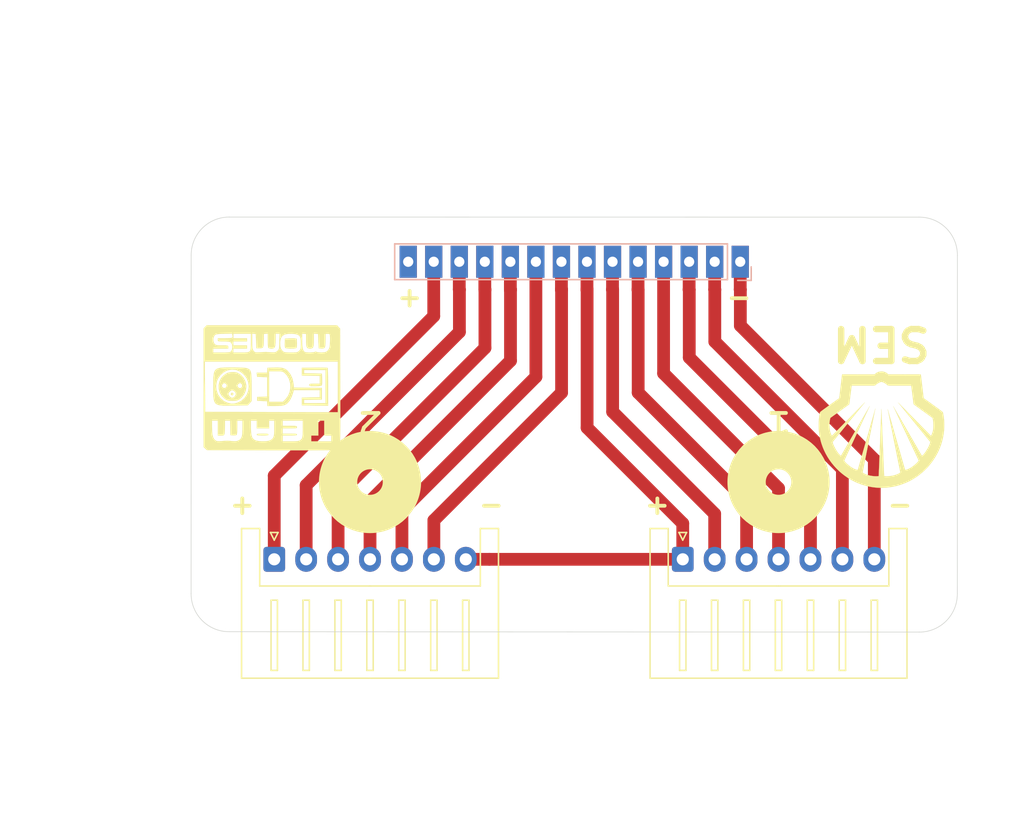
<source format=kicad_pcb>
(kicad_pcb (version 20171130) (host pcbnew "(5.1.5)-3")

  (general
    (thickness 1.6)
    (drawings 27)
    (tracks 61)
    (zones 0)
    (modules 7)
    (nets 15)
  )

  (page A4)
  (title_block
    (title "BMS Board V2")
    (date 2020-02-02)
    (rev 01)
    (company "Team Eco'MOM")
  )

  (layers
    (0 F.Cu signal)
    (31 B.Cu signal)
    (32 B.Adhes user)
    (33 F.Adhes user)
    (34 B.Paste user)
    (35 F.Paste user)
    (36 B.SilkS user)
    (37 F.SilkS user)
    (38 B.Mask user)
    (39 F.Mask user)
    (40 Dwgs.User user)
    (41 Cmts.User user)
    (42 Eco1.User user)
    (43 Eco2.User user)
    (44 Edge.Cuts user)
    (45 Margin user)
    (46 B.CrtYd user)
    (47 F.CrtYd user)
    (48 B.Fab user)
    (49 F.Fab user)
  )

  (setup
    (last_trace_width 0.25)
    (user_trace_width 0.5)
    (user_trace_width 1)
    (trace_clearance 0.2)
    (zone_clearance 0.508)
    (zone_45_only no)
    (trace_min 0.2)
    (via_size 0.8)
    (via_drill 0.4)
    (via_min_size 0.4)
    (via_min_drill 0.3)
    (uvia_size 0.3)
    (uvia_drill 0.1)
    (uvias_allowed no)
    (uvia_min_size 0.2)
    (uvia_min_drill 0.1)
    (edge_width 0.05)
    (segment_width 0.2)
    (pcb_text_width 0.3)
    (pcb_text_size 1.5 1.5)
    (mod_edge_width 0.12)
    (mod_text_size 1 1)
    (mod_text_width 0.15)
    (pad_size 1.524 1.524)
    (pad_drill 0.762)
    (pad_to_mask_clearance 0.051)
    (solder_mask_min_width 0.25)
    (aux_axis_origin 0 0)
    (visible_elements 7FFFFFFF)
    (pcbplotparams
      (layerselection 0x010fc_ffffffff)
      (usegerberextensions false)
      (usegerberattributes false)
      (usegerberadvancedattributes false)
      (creategerberjobfile false)
      (excludeedgelayer true)
      (linewidth 0.100000)
      (plotframeref false)
      (viasonmask false)
      (mode 1)
      (useauxorigin false)
      (hpglpennumber 1)
      (hpglpenspeed 20)
      (hpglpendiameter 15.000000)
      (psnegative false)
      (psa4output false)
      (plotreference true)
      (plotvalue true)
      (plotinvisibletext false)
      (padsonsilk false)
      (subtractmaskfromsilk false)
      (outputformat 1)
      (mirror false)
      (drillshape 0)
      (scaleselection 1)
      (outputdirectory ""))
  )

  (net 0 "")
  (net 1 "Net-(-1+1-Pad7)")
  (net 2 "Net-(-1+1-Pad6)")
  (net 3 "Net-(-1+1-Pad5)")
  (net 4 "Net-(-1+1-Pad4)")
  (net 5 "Net-(-1+1-Pad3)")
  (net 6 "Net-(-1+1-Pad2)")
  (net 7 "Net-(-1+1-Pad1)")
  (net 8 "Net-(-2+1-Pad6)")
  (net 9 "Net-(-2+1-Pad5)")
  (net 10 "Net-(-2+1-Pad4)")
  (net 11 "Net-(-2+1-Pad3)")
  (net 12 "Net-(-2+1-Pad2)")
  (net 13 "Net-(-2+1-Pad1)")
  (net 14 "Net-(BMS1-Pad14)")

  (net_class Default "Ceci est la Netclass par défaut."
    (clearance 0.2)
    (trace_width 0.25)
    (via_dia 0.8)
    (via_drill 0.4)
    (uvia_dia 0.3)
    (uvia_drill 0.1)
    (add_net "Net-(-1+1-Pad1)")
    (add_net "Net-(-1+1-Pad2)")
    (add_net "Net-(-1+1-Pad3)")
    (add_net "Net-(-1+1-Pad4)")
    (add_net "Net-(-1+1-Pad5)")
    (add_net "Net-(-1+1-Pad6)")
    (add_net "Net-(-1+1-Pad7)")
    (add_net "Net-(-2+1-Pad1)")
    (add_net "Net-(-2+1-Pad2)")
    (add_net "Net-(-2+1-Pad3)")
    (add_net "Net-(-2+1-Pad4)")
    (add_net "Net-(-2+1-Pad5)")
    (add_net "Net-(-2+1-Pad6)")
    (add_net "Net-(BMS1-Pad14)")
  )

  (module Connector_PinHeader_2.00mm:PinHeader_1x14_P2.00mm_Vertical (layer B.Cu) (tedit 5E4BFEF9) (tstamp 5E447A27)
    (at 132.99 83.5 90)
    (descr "Through hole straight pin header, 1x14, 2.00mm pitch, single row")
    (tags "Through hole pin header THT 1x14 2.00mm single row")
    (path /5E37D8B6)
    (fp_text reference BMS (at -2.8 -13 180) (layer F.SilkS) hide
      (effects (font (size 1 1) (thickness 0.15)))
    )
    (fp_text value Conn_01x14 (at 0 -28.06 90) (layer B.Fab) hide
      (effects (font (size 1 1) (thickness 0.15)) (justify mirror))
    )
    (fp_text user %R (at 0 -13 180) (layer B.Fab) hide
      (effects (font (size 1 1) (thickness 0.15)) (justify mirror))
    )
    (fp_line (start 1.5 1.5) (end -1.5 1.5) (layer B.CrtYd) (width 0.05))
    (fp_line (start 1.5 -27.5) (end 1.5 1.5) (layer B.CrtYd) (width 0.05))
    (fp_line (start -1.5 -27.5) (end 1.5 -27.5) (layer B.CrtYd) (width 0.05))
    (fp_line (start -1.5 1.5) (end -1.5 -27.5) (layer B.CrtYd) (width 0.05))
    (fp_line (start -1.46 0.86) (end -0.4 0.86) (layer B.SilkS) (width 0.12))
    (fp_line (start -1.46 -0.2) (end -1.46 0.86) (layer B.SilkS) (width 0.12))
    (fp_line (start -1.4 -1) (end 1.4 -1) (layer B.SilkS) (width 0.12))
    (fp_line (start 1.4 -1) (end 1.4 -27.06) (layer B.SilkS) (width 0.12))
    (fp_line (start -1.4 -1) (end -1.4 -27.06) (layer B.SilkS) (width 0.12))
    (fp_line (start -1.4 -27.06) (end 1.4 -27.06) (layer B.SilkS) (width 0.12))
    (fp_line (start -1.4 0.5) (end -0.9 1) (layer B.Fab) (width 0.1))
    (fp_line (start -1.4 -27) (end -1.4 0.5) (layer B.Fab) (width 0.1))
    (fp_line (start 1.4 -27) (end -1.4 -27) (layer B.Fab) (width 0.1))
    (fp_line (start 1.4 1) (end 1.4 -27) (layer B.Fab) (width 0.1))
    (fp_line (start -0.9 1) (end 1.4 1) (layer B.Fab) (width 0.1))
    (pad 14 thru_hole rect (at 0 -26 90) (size 2.5 1.35) (drill 0.8) (layers *.Cu *.Mask)
      (net 14 "Net-(BMS1-Pad14)"))
    (pad 13 thru_hole rect (at 0 -24 90) (size 2.5 1.35) (drill 0.8) (layers *.Cu *.Mask)
      (net 13 "Net-(-2+1-Pad1)"))
    (pad 12 thru_hole rect (at 0 -22 90) (size 2.5 1.35) (drill 0.8) (layers *.Cu *.Mask)
      (net 12 "Net-(-2+1-Pad2)"))
    (pad 11 thru_hole rect (at 0 -20 90) (size 2.5 1.35) (drill 0.8) (layers *.Cu *.Mask)
      (net 11 "Net-(-2+1-Pad3)"))
    (pad 10 thru_hole rect (at 0 -18 90) (size 2.5 1.35) (drill 0.8) (layers *.Cu *.Mask)
      (net 10 "Net-(-2+1-Pad4)"))
    (pad 9 thru_hole rect (at 0 -16 90) (size 2.5 1.35) (drill 0.8) (layers *.Cu *.Mask)
      (net 9 "Net-(-2+1-Pad5)"))
    (pad 8 thru_hole rect (at 0 -14 90) (size 2.5 1.35) (drill 0.8) (layers *.Cu *.Mask)
      (net 8 "Net-(-2+1-Pad6)"))
    (pad 7 thru_hole rect (at 0 -12 90) (size 2.5 1.35) (drill 0.8) (layers *.Cu *.Mask)
      (net 7 "Net-(-1+1-Pad1)"))
    (pad 6 thru_hole rect (at 0 -10 90) (size 2.5 1.35) (drill 0.8) (layers *.Cu *.Mask)
      (net 6 "Net-(-1+1-Pad2)"))
    (pad 5 thru_hole rect (at 0 -8 90) (size 2.5 1.35) (drill 0.8) (layers *.Cu *.Mask)
      (net 5 "Net-(-1+1-Pad3)"))
    (pad 4 thru_hole rect (at 0 -6 90) (size 2.5 1.35) (drill 0.8) (layers *.Cu *.Mask)
      (net 4 "Net-(-1+1-Pad4)"))
    (pad 3 thru_hole rect (at 0 -4 90) (size 2.5 1.35) (drill 0.8) (layers *.Cu *.Mask)
      (net 3 "Net-(-1+1-Pad5)"))
    (pad 2 thru_hole rect (at 0 -2 90) (size 2.5 1.35) (drill 0.8) (layers *.Cu *.Mask)
      (net 2 "Net-(-1+1-Pad6)"))
    (pad 1 thru_hole rect (at 0 0 90) (size 2.5 1.35) (drill 0.8) (layers *.Cu *.Mask)
      (net 1 "Net-(-1+1-Pad7)"))
    (model ${KISYS3DMOD}/Connector_PinHeader_2.00mm.3dshapes/PinHeader_1x14_P2.00mm_Vertical.wrl
      (at (xyz 0 0 0))
      (scale (xyz 1 1 1))
      (rotate (xyz 0 0 0))
    )
  )

  (module Symbol:logo-EcoMomes (layer F.Cu) (tedit 0) (tstamp 5E4B24B0)
    (at 96.35 93.4 180)
    (fp_text reference G*** (at 0 0) (layer F.SilkS) hide
      (effects (font (size 1.524 1.524) (thickness 0.3)))
    )
    (fp_text value LOGO (at 0.75 0) (layer F.SilkS) hide
      (effects (font (size 1.524 1.524) (thickness 0.3)))
    )
    (fp_poly (pts (xy 3.234502 -0.522879) (xy 3.2512 -0.4572) (xy 3.215278 -0.372298) (xy 3.1496 -0.3556)
      (xy 3.064697 -0.391522) (xy 3.048 -0.4572) (xy 3.083921 -0.542103) (xy 3.1496 -0.5588)
      (xy 3.234502 -0.522879)) (layer F.SilkS) (width 0.01))
    (fp_poly (pts (xy 3.330427 -0.985736) (xy 3.473399 -0.964589) (xy 3.591254 -0.91733) (xy 3.716723 -0.837886)
      (xy 3.95157 -0.620502) (xy 4.109606 -0.359533) (xy 4.192959 -0.071951) (xy 4.20376 0.225273)
      (xy 4.144138 0.515167) (xy 4.016222 0.780759) (xy 3.822141 1.005077) (xy 3.564025 1.17115)
      (xy 3.459519 1.212184) (xy 3.238683 1.256915) (xy 2.996248 1.261915) (xy 2.783809 1.227092)
      (xy 2.744718 1.21348) (xy 2.479017 1.055397) (xy 2.263218 0.823719) (xy 2.111339 0.539905)
      (xy 2.037403 0.225412) (xy 2.033606 0.146479) (xy 2.361027 0.146479) (xy 2.375161 0.271969)
      (xy 2.379042 0.280904) (xy 2.462629 0.386257) (xy 2.568007 0.393086) (xy 2.663371 0.326571)
      (xy 2.729146 0.250782) (xy 2.729284 0.248214) (xy 3.571454 0.248214) (xy 3.636385 0.339542)
      (xy 3.739464 0.398525) (xy 3.818511 0.382161) (xy 3.885108 0.324034) (xy 3.949192 0.205419)
      (xy 3.915558 0.090637) (xy 3.8481 0.031104) (xy 3.735018 0.004671) (xy 3.638231 0.050962)
      (xy 3.577217 0.141603) (xy 3.571454 0.248214) (xy 2.729284 0.248214) (xy 2.732636 0.185965)
      (xy 2.690612 0.09826) (xy 2.603964 0.010794) (xy 2.502262 0.000162) (xy 2.412338 0.050633)
      (xy 2.361027 0.146479) (xy 2.033606 0.146479) (xy 2.032496 0.123409) (xy 2.078161 -0.180454)
      (xy 2.205089 -0.473783) (xy 2.230109 -0.506522) (xy 2.858018 -0.506522) (xy 2.86819 -0.370523)
      (xy 2.955978 -0.255979) (xy 3.087775 -0.167477) (xy 3.209525 -0.172472) (xy 3.336825 -0.262856)
      (xy 3.434964 -0.389039) (xy 3.437836 -0.50818) (xy 3.345854 -0.642388) (xy 3.343944 -0.644426)
      (xy 3.206624 -0.744379) (xy 3.073726 -0.743312) (xy 2.948378 -0.650822) (xy 2.858018 -0.506522)
      (xy 2.230109 -0.506522) (xy 2.396448 -0.724172) (xy 2.531676 -0.837886) (xy 2.661415 -0.919612)
      (xy 2.779515 -0.965753) (xy 2.924114 -0.986137) (xy 3.1242 -0.9906) (xy 3.330427 -0.985736)) (layer F.SilkS) (width 0.01))
    (fp_poly (pts (xy 0.985049 -3.705431) (xy 1.123984 -3.694593) (xy 1.196166 -3.672994) (xy 1.218958 -3.637738)
      (xy 1.2192 -3.6322) (xy 1.201382 -3.595026) (xy 1.136356 -3.57187) (xy 1.006758 -3.559839)
      (xy 0.795224 -3.556041) (xy 0.762 -3.556) (xy 0.53895 -3.55897) (xy 0.400015 -3.569808)
      (xy 0.327833 -3.591407) (xy 0.305041 -3.626663) (xy 0.3048 -3.6322) (xy 0.322617 -3.669375)
      (xy 0.387643 -3.692531) (xy 0.517241 -3.704562) (xy 0.728775 -3.70836) (xy 0.762 -3.7084)
      (xy 0.985049 -3.705431)) (layer F.SilkS) (width 0.01))
    (fp_poly (pts (xy 3.83405 -1.36387) (xy 4.104444 -1.34169) (xy 4.304749 -1.290798) (xy 4.445466 -1.201312)
      (xy 4.537097 -1.063347) (xy 4.590146 -0.86702) (xy 4.615113 -0.602449) (xy 4.622501 -0.259749)
      (xy 4.6228 0.126999) (xy 4.621742 0.555238) (xy 4.61139 0.893037) (xy 4.580976 1.151096)
      (xy 4.519733 1.340114) (xy 4.416892 1.470788) (xy 4.261687 1.553817) (xy 4.043349 1.599901)
      (xy 3.75111 1.619737) (xy 3.374203 1.624025) (xy 3.116522 1.623611) (xy 2.715985 1.620276)
      (xy 2.407596 1.611671) (xy 2.18201 1.597239) (xy 2.029886 1.576423) (xy 1.953382 1.554187)
      (xy 1.853258 1.505583) (xy 1.775862 1.449152) (xy 1.718281 1.37201) (xy 1.677604 1.261273)
      (xy 1.650916 1.104057) (xy 1.635306 0.887476) (xy 1.627861 0.598649) (xy 1.625669 0.224689)
      (xy 1.625619 0.135726) (xy 1.844009 0.135726) (xy 1.884592 0.460717) (xy 2.006908 0.771171)
      (xy 2.214681 1.050925) (xy 2.228213 1.064651) (xy 2.520134 1.296823) (xy 2.831726 1.429401)
      (xy 3.16252 1.462269) (xy 3.51205 1.39531) (xy 3.532463 1.388506) (xy 3.815211 1.242839)
      (xy 4.064378 1.021431) (xy 4.255857 0.7497) (xy 4.346478 0.530326) (xy 4.402356 0.173157)
      (xy 4.367846 -0.174323) (xy 4.250857 -0.496279) (xy 4.059293 -0.776876) (xy 3.801062 -1.000278)
      (xy 3.511695 -1.141583) (xy 3.228396 -1.209209) (xy 2.964405 -1.201378) (xy 2.736704 -1.141583)
      (xy 2.424501 -0.98635) (xy 2.175405 -0.76484) (xy 1.993141 -0.493216) (xy 1.881434 -0.187639)
      (xy 1.844009 0.135726) (xy 1.625619 0.135726) (xy 1.6256 0.104188) (xy 1.6256 -1.014398)
      (xy 1.773738 -1.180299) (xy 1.921877 -1.3462) (xy 3.040985 -1.361629) (xy 3.483064 -1.367222)
      (xy 3.83405 -1.36387)) (layer F.SilkS) (width 0.01))
    (fp_poly (pts (xy 0.412284 -1.020168) (xy 1.1938 -0.9906) (xy 1.1938 -0.6858) (xy 0.8001 -0.670964)
      (xy 0.406399 -0.656127) (xy 0.406399 0.859326) (xy 0.8001 0.874163) (xy 1.1938 0.889)
      (xy 1.209718 1.0541) (xy 1.225637 1.2192) (xy 0.412533 1.2192) (xy 0.396766 1.4097)
      (xy 0.381 1.6002) (xy -0.0762 1.615903) (xy -0.402971 1.621795) (xy -0.649941 1.610667)
      (xy -0.838159 1.57782) (xy -0.988677 1.518555) (xy -1.122542 1.428174) (xy -1.193435 1.366513)
      (xy -1.422217 1.087586) (xy -1.579494 0.742543) (xy -1.658711 0.358515) (xy -1.690357 0.055745)
      (xy -1.412527 0.055745) (xy -1.392883 0.394626) (xy -1.302707 0.716305) (xy -1.142493 0.999334)
      (xy -0.997306 1.1557) (xy -0.909973 1.229347) (xy -0.833195 1.277007) (xy -0.742324 1.304333)
      (xy -0.612707 1.31698) (xy -0.419695 1.320604) (xy -0.277633 1.3208) (xy 0.254 1.3208)
      (xy 0.254 -1.0668) (xy -0.826169 -1.0668) (xy -1.043344 -0.849625) (xy -1.23825 -0.587829)
      (xy -1.361147 -0.27889) (xy -1.412527 0.055745) (xy -1.690357 0.055745) (xy -1.690671 0.052741)
      (xy -2.788436 0.03907) (xy -3.8862 0.0254) (xy -3.8862 -0.889) (xy -2.4892 -0.917268)
      (xy -2.4892 -1.1684) (xy -4.1656 -1.1684) (xy -4.1656 1.4224) (xy -2.4892 1.4224)
      (xy -2.4892 1.171267) (xy -3.1877 1.157133) (xy -3.8862 1.143) (xy -3.901001 0.690096)
      (xy -3.903795 0.446993) (xy -3.89223 0.291346) (xy -3.864938 0.209845) (xy -3.850201 0.195574)
      (xy -3.772013 0.176644) (xy -3.619975 0.162021) (xy -3.421818 0.154009) (xy -3.3401 0.153177)
      (xy -3.126506 0.154584) (xy -2.994886 0.162683) (xy -2.925643 0.181918) (xy -2.899174 0.216737)
      (xy -2.8956 0.254) (xy -2.904085 0.304621) (xy -2.943164 0.33496) (xy -3.033273 0.350125)
      (xy -3.19485 0.355226) (xy -3.302 0.3556) (xy -3.7084 0.3556) (xy -3.7084 0.962332)
      (xy -2.3114 0.9906) (xy -2.3114 1.6002) (xy -3.305192 1.613942) (xy -3.613224 1.616471)
      (xy -3.886003 1.61542) (xy -4.107429 1.611121) (xy -4.261403 1.603906) (xy -4.331825 1.594104)
      (xy -4.333892 1.592775) (xy -4.342824 1.5349) (xy -4.350912 1.388493) (xy -4.357851 1.166619)
      (xy -4.363338 0.882346) (xy -4.367069 0.548738) (xy -4.36874 0.178863) (xy -4.3688 0.092081)
      (xy -4.3688 -1.373704) (xy -2.3114 -1.3462) (xy -2.3114 -0.7366) (xy -3.0099 -0.722467)
      (xy -3.7084 -0.708333) (xy -3.7084 -0.1524) (xy -1.686296 -0.1524) (xy -1.581565 -0.4953)
      (xy -1.50279 -0.704013) (xy -1.402952 -0.902877) (xy -1.318046 -1.02976) (xy -1.188798 -1.171778)
      (xy -1.061003 -1.271636) (xy -0.912977 -1.336594) (xy -0.723037 -1.373913) (xy -0.469497 -1.390854)
      (xy -0.2286 -1.394537) (xy 0.381 -1.397) (xy 0.412284 -1.020168)) (layer F.SilkS) (width 0.01))
    (fp_poly (pts (xy -1.215742 3.109461) (xy -1.078924 3.125832) (xy -1.026194 3.142225) (xy -0.98816 3.209455)
      (xy -0.972661 3.355659) (xy -0.975394 3.535147) (xy -0.9906 3.8862) (xy -1.424806 3.900727)
      (xy -1.625982 3.903406) (xy -1.78686 3.897984) (xy -1.881612 3.885625) (xy -1.894706 3.87956)
      (xy -1.912799 3.814) (xy -1.925642 3.676858) (xy -1.9304 3.502168) (xy -1.924598 3.306841)
      (xy -1.904228 3.191995) (xy -1.864843 3.137015) (xy -1.850046 3.129635) (xy -1.746617 3.110701)
      (xy -1.583689 3.101375) (xy -1.395364 3.101135) (xy -1.215742 3.109461)) (layer F.SilkS) (width 0.01))
    (fp_poly (pts (xy -1.550869 -4.870085) (xy -0.732838 -4.868843) (xy 0.161018 -4.866516) (xy 5.122636 -4.8514)
      (xy 5.3848 -4.60509) (xy 5.3848 4.678218) (xy 5.135418 4.9276) (xy -5.06229 4.9276)
      (xy -5.185445 4.796519) (xy -5.3086 4.665439) (xy -5.31102 3.851288) (xy -4.520972 3.851288)
      (xy -4.517035 4.037579) (xy -4.50509 4.174799) (xy -4.487183 4.233483) (xy -4.416393 4.254851)
      (xy -4.309383 4.256544) (xy -4.1656 4.245588) (xy -4.1656 3.729214) (xy -4.161173 3.462274)
      (xy -4.142332 3.281492) (xy -4.100737 3.171609) (xy -4.02805 3.117366) (xy -3.915933 3.103503)
      (xy -3.826246 3.108222) (xy -3.6322 3.1242) (xy -3.5814 4.2418) (xy -3.4163 4.257718)
      (xy -3.2512 4.273637) (xy -3.2512 3.784478) (xy -3.246371 3.506504) (xy -3.227343 3.31454)
      (xy -3.187305 3.193266) (xy -3.119447 3.127361) (xy -3.016959 3.101504) (xy -2.9464 3.0988)
      (xy -2.821692 3.109971) (xy -2.735951 3.153773) (xy -2.682174 3.245639) (xy -2.653356 3.401)
      (xy -2.642495 3.635291) (xy -2.641601 3.770454) (xy -2.6416 4.245588) (xy -2.4892 4.257201)
      (xy -2.336801 4.268813) (xy -2.336801 4.2672) (xy -0.567309 4.2672) (xy -0.254 4.2672)
      (xy -0.254 3.813307) (xy -0.249192 3.528728) (xy -0.230227 3.330449) (xy -0.1903 3.203434)
      (xy -0.122602 3.132651) (xy -0.020327 3.103063) (xy 0.069507 3.0988) (xy 0.233985 3.11377)
      (xy 0.315675 3.161781) (xy 0.324764 3.179154) (xy 0.337962 3.26241) (xy 0.348339 3.420857)
      (xy 0.354502 3.628095) (xy 0.3556 3.764161) (xy 0.3556 4.268813) (xy 0.508 4.257201)
      (xy 0.6604 4.245588) (xy 0.665463 3.811894) (xy 0.67125 3.53586) (xy 0.686077 3.345549)
      (xy 0.717497 3.225095) (xy 0.773066 3.15863) (xy 0.860337 3.130289) (xy 0.986866 3.124204)
      (xy 0.99289 3.1242) (xy 1.2446 3.1242) (xy 1.2954 4.2418) (xy 1.5748 4.273948)
      (xy 1.5748 3.667825) (xy 1.574088 3.562399) (xy 1.676379 3.562399) (xy 1.6764 3.614673)
      (xy 1.6764 4.2672) (xy 3.048 4.2672) (xy 3.048 4.051616) (xy 3.10853 4.051616)
      (xy 3.121414 4.147187) (xy 3.153594 4.275401) (xy 3.791199 4.2586) (xy 4.057642 4.250411)
      (xy 4.24174 4.240003) (xy 4.362739 4.223796) (xy 4.439884 4.198207) (xy 4.492421 4.159653)
      (xy 4.525802 4.121872) (xy 4.603331 3.95901) (xy 4.623217 3.762312) (xy 4.585887 3.574599)
      (xy 4.519221 3.463978) (xy 4.459784 3.411334) (xy 4.384987 3.378403) (xy 4.271231 3.360692)
      (xy 4.094915 3.353711) (xy 3.935021 3.3528) (xy 3.711999 3.351908) (xy 3.571507 3.345875)
      (xy 3.494475 3.329661) (xy 3.461833 3.298227) (xy 3.45451 3.246534) (xy 3.4544 3.2258)
      (xy 3.4544 3.0988) (xy 4.6228 3.0988) (xy 4.6228 2.794) (xy 3.970273 2.794)
      (xy 3.698772 2.795309) (xy 3.509944 2.801019) (xy 3.384878 2.813805) (xy 3.304661 2.836342)
      (xy 3.250384 2.871303) (xy 3.221973 2.899827) (xy 3.152581 3.040171) (xy 3.130291 3.225893)
      (xy 3.154734 3.412545) (xy 3.225537 3.55568) (xy 3.227465 3.55784) (xy 3.284566 3.60583)
      (xy 3.365425 3.635694) (xy 3.492931 3.651474) (xy 3.689974 3.657211) (xy 3.792473 3.6576)
      (xy 4.01385 3.658519) (xy 4.152816 3.6647) (xy 4.228557 3.681276) (xy 4.260262 3.713379)
      (xy 4.267119 3.766144) (xy 4.2672 3.7846) (xy 4.2672 3.9116) (xy 3.711398 3.9116)
      (xy 3.454658 3.916433) (xy 3.261486 3.930029) (xy 3.146737 3.951036) (xy 3.122415 3.965287)
      (xy 3.10853 4.051616) (xy 3.048 4.051616) (xy 3.048 3.9116) (xy 1.9812 3.9116)
      (xy 1.9812 3.6576) (xy 3.048 3.6576) (xy 3.048 3.3528) (xy 1.9812 3.3528)
      (xy 1.9812 3.0988) (xy 3.048 3.0988) (xy 3.048 2.794) (xy 2.4551 2.794)
      (xy 2.165348 2.795109) (xy 1.958144 2.808151) (xy 1.81966 2.847699) (xy 1.736068 2.928326)
      (xy 1.693542 3.064603) (xy 1.678255 3.271103) (xy 1.676379 3.562399) (xy 1.574088 3.562399)
      (xy 1.573019 3.404196) (xy 1.565611 3.220862) (xy 1.549481 3.096548) (xy 1.521532 3.009981)
      (xy 1.478666 2.939886) (xy 1.466539 2.92407) (xy 1.406215 2.85463) (xy 1.343383 2.815613)
      (xy 1.250614 2.800814) (xy 1.100478 2.804029) (xy 0.971239 2.812037) (xy 0.762816 2.825813)
      (xy 0.621108 2.833634) (xy 0.511406 2.835505) (xy 0.398998 2.831433) (xy 0.249175 2.821425)
      (xy 0.121644 2.812196) (xy -0.072978 2.801649) (xy -0.198828 2.808733) (xy -0.28811 2.839812)
      (xy -0.373025 2.901253) (xy -0.386356 2.912604) (xy -0.448292 2.969308) (xy -0.490397 3.026949)
      (xy -0.517196 3.105945) (xy -0.533208 3.226715) (xy -0.542958 3.409678) (xy -0.550355 3.653085)
      (xy -0.567309 4.2672) (xy -2.336801 4.2672) (xy -2.336801 3.706684) (xy -2.342779 3.490066)
      (xy -2.2352 3.490066) (xy -2.22787 3.754373) (xy -2.200638 3.938211) (xy -2.145643 4.061999)
      (xy -2.055024 4.146152) (xy -1.964501 4.193145) (xy -1.789927 4.238739) (xy -1.557239 4.260679)
      (xy -1.307151 4.258892) (xy -1.080374 4.233304) (xy -0.941543 4.195001) (xy -0.765188 4.070724)
      (xy -0.655245 3.871996) (xy -0.610739 3.596884) (xy -0.6096 3.536429) (xy -0.62663 3.273571)
      (xy -0.683681 3.080311) (xy -0.7897 2.929517) (xy -0.819267 2.900478) (xy -0.883566 2.851271)
      (xy -0.964173 2.819886) (xy -1.083946 2.802469) (xy -1.265742 2.795164) (xy -1.450452 2.794)
      (xy -1.686707 2.795559) (xy -1.844931 2.803469) (xy -1.948681 2.822578) (xy -2.021514 2.857733)
      (xy -2.086987 2.913781) (xy -2.101273 2.927927) (xy -2.167352 3.00229) (xy -2.207245 3.080932)
      (xy -2.227472 3.191212) (xy -2.23455 3.360492) (xy -2.2352 3.490066) (xy -2.342779 3.490066)
      (xy -2.346007 3.37311) (xy -2.375616 3.128233) (xy -2.428615 2.960654) (xy -2.507991 2.858974)
      (xy -2.567676 2.825556) (xy -2.673576 2.804735) (xy -2.83069 2.79513) (xy -3.00689 2.795919)
      (xy -3.170042 2.806285) (xy -3.288018 2.825406) (xy -3.327485 2.844937) (xy -3.394954 2.86824)
      (xy -3.454144 2.844937) (xy -3.553776 2.818025) (xy -3.71649 2.799564) (xy -3.874006 2.794)
      (xy -4.112153 2.813241) (xy -4.277941 2.880797) (xy -4.394903 3.011415) (xy -4.467017 3.165607)
      (xy -4.489921 3.273084) (xy -4.506895 3.441529) (xy -4.517419 3.643434) (xy -4.520972 3.851288)
      (xy -5.31102 3.851288) (xy -5.316277 2.0828) (xy -5.1308 2.0828) (xy 5.284393 2.0828)
      (xy 5.271096 0.1143) (xy 5.2578 -1.8542) (xy -5.1308 -1.88008) (xy -5.1308 2.0828)
      (xy -5.316277 2.0828) (xy -5.322102 0.123206) (xy -5.324599 -0.687211) (xy -5.326706 -1.402128)
      (xy -5.328021 -2.027644) (xy -5.328141 -2.56986) (xy -5.326661 -3.034875) (xy -5.32318 -3.428789)
      (xy -5.317294 -3.757701) (xy -5.3086 -4.027711) (xy -5.301042 -4.1656) (xy -4.6228 -4.1656)
      (xy -4.6228 -3.7084) (xy -4.064 -3.7084) (xy -4.064 -2.54) (xy -3.6068 -2.54)
      (xy -2.3876 -2.54) (xy -0.8128 -2.54) (xy -0.1524 -2.54) (xy 0.254 -2.54)
      (xy 0.254 -3.1496) (xy 1.2192 -3.1496) (xy 1.2192 -2.54) (xy 1.6764 -2.54)
      (xy 1.6764 -3.075032) (xy 1.674892 -3.126723) (xy 2.3368 -3.126723) (xy 2.3368 -2.54)
      (xy 2.7432 -2.54) (xy 2.743977 -3.0607) (xy 2.748257 -3.285928) (xy 2.75917 -3.476307)
      (xy 2.77488 -3.606812) (xy 2.787112 -3.648196) (xy 2.872764 -3.692992) (xy 3.042137 -3.699728)
      (xy 3.053034 -3.698996) (xy 3.2766 -3.683) (xy 3.290963 -3.1115) (xy 3.305327 -2.54)
      (xy 3.7084 -2.54) (xy 3.7084 -2.965451) (xy 3.7122 -3.185675) (xy 3.72227 -3.38588)
      (xy 3.736614 -3.52933) (xy 3.74015 -3.549651) (xy 3.766097 -3.644777) (xy 3.814016 -3.691519)
      (xy 3.914035 -3.706997) (xy 4.01955 -3.7084) (xy 4.2672 -3.7084) (xy 4.2672 -2.54)
      (xy 4.7244 -2.54) (xy 4.723188 -3.0353) (xy 4.714344 -3.381905) (xy 4.687342 -3.643771)
      (xy 4.638586 -3.83671) (xy 4.564476 -3.976536) (xy 4.491115 -4.055181) (xy 4.408253 -4.117138)
      (xy 4.321268 -4.149306) (xy 4.198596 -4.157454) (xy 4.008674 -4.147352) (xy 3.993155 -4.146194)
      (xy 3.77072 -4.129709) (xy 3.616809 -4.120511) (xy 3.498612 -4.118548) (xy 3.383318 -4.12377)
      (xy 3.238116 -4.136128) (xy 3.144843 -4.144891) (xy 2.926192 -4.15648) (xy 2.770798 -4.139491)
      (xy 2.650403 -4.093953) (xy 2.527096 -4.013346) (xy 2.439789 -3.908083) (xy 2.382879 -3.760889)
      (xy 2.350767 -3.554486) (xy 2.337849 -3.271599) (xy 2.3368 -3.126723) (xy 1.674892 -3.126723)
      (xy 1.665965 -3.432675) (xy 1.628638 -3.70252) (xy 1.555382 -3.896789) (xy 1.437163 -4.027703)
      (xy 1.264945 -4.107484) (xy 1.029692 -4.148352) (xy 0.875401 -4.158454) (xy 0.539605 -4.158788)
      (xy 0.287115 -4.125127) (xy 0.104202 -4.053593) (xy -0.022862 -3.940307) (xy -0.05304 -3.896133)
      (xy -0.097148 -3.808253) (xy -0.1262 -3.702314) (xy -0.143105 -3.556046) (xy -0.150773 -3.347177)
      (xy -0.152211 -3.1369) (xy -0.1524 -2.54) (xy -0.8128 -2.54) (xy -0.8128 -2.9464)
      (xy -1.3716 -2.9464) (xy -1.616153 -2.94757) (xy -1.776677 -2.953206) (xy -1.870736 -2.966503)
      (xy -1.915894 -2.990654) (xy -1.929713 -3.028852) (xy -1.9304 -3.048) (xy -1.92397 -3.092465)
      (xy -1.89297 -3.121651) (xy -1.819837 -3.138752) (xy -1.687007 -3.146963) (xy -1.476916 -3.149475)
      (xy -1.3716 -3.1496) (xy -0.8128 -3.1496) (xy -0.8128 -3.556) (xy -1.3716 -3.556)
      (xy -1.621727 -3.558177) (xy -1.786421 -3.566171) (xy -1.881785 -3.582177) (xy -1.923924 -3.608393)
      (xy -1.9304 -3.6322) (xy -1.914439 -3.666309) (xy -1.855819 -3.688767) (xy -1.738437 -3.701771)
      (xy -1.54619 -3.707517) (xy -1.3716 -3.7084) (xy -0.8128 -3.7084) (xy -0.8128 -4.1656)
      (xy -1.42574 -4.1656) (xy -1.759377 -4.162009) (xy -2.004969 -4.142293) (xy -2.176038 -4.093042)
      (xy -2.286103 -4.000846) (xy -2.348683 -3.852293) (xy -2.3773 -3.633972) (xy -2.385472 -3.332473)
      (xy -2.385985 -3.2131) (xy -2.3876 -2.54) (xy -3.6068 -2.54) (xy -3.6068 -3.7084)
      (xy -3.048 -3.7084) (xy -3.048 -4.1656) (xy -4.6228 -4.1656) (xy -5.301042 -4.1656)
      (xy -5.296694 -4.24492) (xy -5.281174 -4.415427) (xy -5.261636 -4.545331) (xy -5.237677 -4.640733)
      (xy -5.208894 -4.707732) (xy -5.174884 -4.752428) (xy -5.135243 -4.78092) (xy -5.08957 -4.799309)
      (xy -5.037459 -4.813695) (xy -4.995038 -4.825197) (xy -4.923091 -4.83547) (xy -4.780758 -4.844362)
      (xy -4.564912 -4.8519) (xy -4.272424 -4.858108) (xy -3.900166 -4.863012) (xy -3.44501 -4.866637)
      (xy -2.903827 -4.869007) (xy -2.27349 -4.870148) (xy -1.550869 -4.870085)) (layer F.SilkS) (width 0.01))
  )

  (module MountingHole:MountingHole_3.2mm_M3 (layer F.Cu) (tedit 56D1B4CB) (tstamp 5E4B1316)
    (at 145.5 84.5)
    (descr "Mounting Hole 3.2mm, no annular, M3")
    (tags "mounting hole 3.2mm no annular m3")
    (attr virtual)
    (fp_text reference REF** (at -0.03 -4.21) (layer F.SilkS) hide
      (effects (font (size 1 1) (thickness 0.15)))
    )
    (fp_text value MountingHole_3.2mm_M3 (at 0 4.2) (layer F.Fab)
      (effects (font (size 1 1) (thickness 0.15)))
    )
    (fp_text user %R (at 0.3 0) (layer F.Fab)
      (effects (font (size 1 1) (thickness 0.15)))
    )
    (fp_circle (center 0 0) (end 3.2 0) (layer Cmts.User) (width 0.15))
    (fp_circle (center 0 0) (end 3.45 0) (layer F.CrtYd) (width 0.05))
    (pad 1 np_thru_hole circle (at 0 0) (size 3.2 3.2) (drill 3.2) (layers *.Cu *.Mask))
  )

  (module MountingHole:MountingHole_3.2mm_M3 (layer F.Cu) (tedit 56D1B4CB) (tstamp 5E4B128A)
    (at 94.5 84.5)
    (descr "Mounting Hole 3.2mm, no annular, M3")
    (tags "mounting hole 3.2mm no annular m3")
    (attr virtual)
    (fp_text reference REF** (at -0.03 -4.21) (layer F.SilkS) hide
      (effects (font (size 1 1) (thickness 0.15)))
    )
    (fp_text value MountingHole_3.2mm_M3 (at 0 4.2) (layer F.Fab)
      (effects (font (size 1 1) (thickness 0.15)))
    )
    (fp_circle (center 0 0) (end 3.45 0) (layer F.CrtYd) (width 0.05))
    (fp_circle (center 0 0) (end 3.2 0) (layer Cmts.User) (width 0.15))
    (fp_text user %R (at 0.3 0) (layer F.Fab)
      (effects (font (size 1 1) (thickness 0.15)))
    )
    (pad 1 np_thru_hole circle (at 0 0) (size 3.2 3.2) (drill 3.2) (layers *.Cu *.Mask))
  )

  (module Connector_JST:JST_XH_S7B-XH-A_1x07_P2.50mm_Horizontal (layer F.Cu) (tedit 5C281475) (tstamp 5E4B16BD)
    (at 128.49 106.8)
    (descr "JST XH series connector, S7B-XH-A (http://www.jst-mfg.com/product/pdf/eng/eXH.pdf), generated with kicad-footprint-generator")
    (tags "connector JST XH horizontal")
    (path /5E3781D8)
    (fp_text reference -1+1 (at 20.356 3.3895) (layer F.SilkS) hide
      (effects (font (size 1 1) (thickness 0.15)))
    )
    (fp_text value Conn_01x07 (at 7.5 10.4) (layer F.Fab)
      (effects (font (size 1 1) (thickness 0.15)))
    )
    (fp_text user %R (at 7.5 3.45) (layer F.Fab)
      (effects (font (size 1 1) (thickness 0.15)))
    )
    (fp_line (start 0 1.2) (end 0.625 2.2) (layer F.Fab) (width 0.1))
    (fp_line (start -0.625 2.2) (end 0 1.2) (layer F.Fab) (width 0.1))
    (fp_line (start 0.3 -2.1) (end 0 -1.5) (layer F.SilkS) (width 0.12))
    (fp_line (start -0.3 -2.1) (end 0.3 -2.1) (layer F.SilkS) (width 0.12))
    (fp_line (start 0 -1.5) (end -0.3 -2.1) (layer F.SilkS) (width 0.12))
    (fp_line (start 15.25 3.2) (end 14.75 3.2) (layer F.SilkS) (width 0.12))
    (fp_line (start 15.25 8.7) (end 15.25 3.2) (layer F.SilkS) (width 0.12))
    (fp_line (start 14.75 8.7) (end 15.25 8.7) (layer F.SilkS) (width 0.12))
    (fp_line (start 14.75 3.2) (end 14.75 8.7) (layer F.SilkS) (width 0.12))
    (fp_line (start 12.75 3.2) (end 12.25 3.2) (layer F.SilkS) (width 0.12))
    (fp_line (start 12.75 8.7) (end 12.75 3.2) (layer F.SilkS) (width 0.12))
    (fp_line (start 12.25 8.7) (end 12.75 8.7) (layer F.SilkS) (width 0.12))
    (fp_line (start 12.25 3.2) (end 12.25 8.7) (layer F.SilkS) (width 0.12))
    (fp_line (start 10.25 3.2) (end 9.75 3.2) (layer F.SilkS) (width 0.12))
    (fp_line (start 10.25 8.7) (end 10.25 3.2) (layer F.SilkS) (width 0.12))
    (fp_line (start 9.75 8.7) (end 10.25 8.7) (layer F.SilkS) (width 0.12))
    (fp_line (start 9.75 3.2) (end 9.75 8.7) (layer F.SilkS) (width 0.12))
    (fp_line (start 7.75 3.2) (end 7.25 3.2) (layer F.SilkS) (width 0.12))
    (fp_line (start 7.75 8.7) (end 7.75 3.2) (layer F.SilkS) (width 0.12))
    (fp_line (start 7.25 8.7) (end 7.75 8.7) (layer F.SilkS) (width 0.12))
    (fp_line (start 7.25 3.2) (end 7.25 8.7) (layer F.SilkS) (width 0.12))
    (fp_line (start 5.25 3.2) (end 4.75 3.2) (layer F.SilkS) (width 0.12))
    (fp_line (start 5.25 8.7) (end 5.25 3.2) (layer F.SilkS) (width 0.12))
    (fp_line (start 4.75 8.7) (end 5.25 8.7) (layer F.SilkS) (width 0.12))
    (fp_line (start 4.75 3.2) (end 4.75 8.7) (layer F.SilkS) (width 0.12))
    (fp_line (start 2.75 3.2) (end 2.25 3.2) (layer F.SilkS) (width 0.12))
    (fp_line (start 2.75 8.7) (end 2.75 3.2) (layer F.SilkS) (width 0.12))
    (fp_line (start 2.25 8.7) (end 2.75 8.7) (layer F.SilkS) (width 0.12))
    (fp_line (start 2.25 3.2) (end 2.25 8.7) (layer F.SilkS) (width 0.12))
    (fp_line (start 0.25 3.2) (end -0.25 3.2) (layer F.SilkS) (width 0.12))
    (fp_line (start 0.25 8.7) (end 0.25 3.2) (layer F.SilkS) (width 0.12))
    (fp_line (start -0.25 8.7) (end 0.25 8.7) (layer F.SilkS) (width 0.12))
    (fp_line (start -0.25 3.2) (end -0.25 8.7) (layer F.SilkS) (width 0.12))
    (fp_line (start 16.25 2.2) (end 7.5 2.2) (layer F.Fab) (width 0.1))
    (fp_line (start 16.25 -2.3) (end 16.25 2.2) (layer F.Fab) (width 0.1))
    (fp_line (start 17.45 -2.3) (end 16.25 -2.3) (layer F.Fab) (width 0.1))
    (fp_line (start 17.45 9.2) (end 17.45 -2.3) (layer F.Fab) (width 0.1))
    (fp_line (start 7.5 9.2) (end 17.45 9.2) (layer F.Fab) (width 0.1))
    (fp_line (start -1.25 2.2) (end 7.5 2.2) (layer F.Fab) (width 0.1))
    (fp_line (start -1.25 -2.3) (end -1.25 2.2) (layer F.Fab) (width 0.1))
    (fp_line (start -2.45 -2.3) (end -1.25 -2.3) (layer F.Fab) (width 0.1))
    (fp_line (start -2.45 9.2) (end -2.45 -2.3) (layer F.Fab) (width 0.1))
    (fp_line (start 7.5 9.2) (end -2.45 9.2) (layer F.Fab) (width 0.1))
    (fp_line (start 16.14 2.09) (end 7.5 2.09) (layer F.SilkS) (width 0.12))
    (fp_line (start 16.14 -2.41) (end 16.14 2.09) (layer F.SilkS) (width 0.12))
    (fp_line (start 17.56 -2.41) (end 16.14 -2.41) (layer F.SilkS) (width 0.12))
    (fp_line (start 17.56 9.31) (end 17.56 -2.41) (layer F.SilkS) (width 0.12))
    (fp_line (start 7.5 9.31) (end 17.56 9.31) (layer F.SilkS) (width 0.12))
    (fp_line (start -1.14 2.09) (end 7.5 2.09) (layer F.SilkS) (width 0.12))
    (fp_line (start -1.14 -2.41) (end -1.14 2.09) (layer F.SilkS) (width 0.12))
    (fp_line (start -2.56 -2.41) (end -1.14 -2.41) (layer F.SilkS) (width 0.12))
    (fp_line (start -2.56 9.31) (end -2.56 -2.41) (layer F.SilkS) (width 0.12))
    (fp_line (start 7.5 9.31) (end -2.56 9.31) (layer F.SilkS) (width 0.12))
    (fp_line (start 17.95 -2.8) (end -2.95 -2.8) (layer F.CrtYd) (width 0.05))
    (fp_line (start 17.95 9.7) (end 17.95 -2.8) (layer F.CrtYd) (width 0.05))
    (fp_line (start -2.95 9.7) (end 17.95 9.7) (layer F.CrtYd) (width 0.05))
    (fp_line (start -2.95 -2.8) (end -2.95 9.7) (layer F.CrtYd) (width 0.05))
    (pad 7 thru_hole oval (at 15 0) (size 1.7 1.95) (drill 0.95) (layers *.Cu *.Mask)
      (net 1 "Net-(-1+1-Pad7)"))
    (pad 6 thru_hole oval (at 12.5 0) (size 1.7 1.95) (drill 0.95) (layers *.Cu *.Mask)
      (net 2 "Net-(-1+1-Pad6)"))
    (pad 5 thru_hole oval (at 10 0) (size 1.7 1.95) (drill 0.95) (layers *.Cu *.Mask)
      (net 3 "Net-(-1+1-Pad5)"))
    (pad 4 thru_hole oval (at 7.5 0) (size 1.7 1.95) (drill 0.95) (layers *.Cu *.Mask)
      (net 4 "Net-(-1+1-Pad4)"))
    (pad 3 thru_hole oval (at 5 0) (size 1.7 1.95) (drill 0.95) (layers *.Cu *.Mask)
      (net 5 "Net-(-1+1-Pad3)"))
    (pad 2 thru_hole oval (at 2.5 0) (size 1.7 1.95) (drill 0.95) (layers *.Cu *.Mask)
      (net 6 "Net-(-1+1-Pad2)"))
    (pad 1 thru_hole roundrect (at 0 0) (size 1.7 1.95) (drill 0.95) (layers *.Cu *.Mask) (roundrect_rratio 0.147059)
      (net 7 "Net-(-1+1-Pad1)"))
    (model ${KISYS3DMOD}/Connector_JST.3dshapes/JST_XH_S7B-XH-A_1x07_P2.50mm_Horizontal.wrl
      (at (xyz 0 0 0))
      (scale (xyz 1 1 1))
      (rotate (xyz 0 0 0))
    )
  )

  (module Symbol:Logo-Shell (layer F.Cu) (tedit 5E36FA70) (tstamp 5E3754A7)
    (at 144.05 96.65 180)
    (attr smd)
    (fp_text reference G*** (at 0 0) (layer F.SilkS) hide
      (effects (font (size 1.524 1.524) (thickness 0.3)))
    )
    (fp_text value LOGO (at 0.75 0) (layer F.SilkS) hide
      (effects (font (size 1.524 1.524) (thickness 0.3)))
    )
    (fp_poly (pts (xy -0.476817 1.640946) (xy -0.475807 1.654178) (xy -0.477485 1.657174) (xy -0.481333 1.654649)
      (xy -0.481932 1.646061) (xy -0.479864 1.637027) (xy -0.476817 1.640946)) (layer Eco2.User) (width 0.01))
    (fp_poly (pts (xy -0.465667 1.680634) (xy -0.4699 1.684867) (xy -0.474134 1.680634) (xy -0.4699 1.6764)
      (xy -0.465667 1.680634)) (layer Eco2.User) (width 0.01))
    (fp_poly (pts (xy 0.9144 1.8669) (xy 0.910166 1.871133) (xy 0.905933 1.8669) (xy 0.910166 1.862667)
      (xy 0.9144 1.8669)) (layer Eco2.User) (width 0.01))
    (fp_poly (pts (xy -0.905934 1.8669) (xy -0.910167 1.871133) (xy -0.914401 1.8669) (xy -0.910167 1.862667)
      (xy -0.905934 1.8669)) (layer Eco2.User) (width 0.01))
    (fp_poly (pts (xy 0.27754 -4.545462) (xy 0.557728 -4.521043) (xy 0.836426 -4.480107) (xy 1.112898 -4.422622)
      (xy 1.2573 -4.3857) (xy 1.532768 -4.302269) (xy 1.799827 -4.204276) (xy 2.059312 -4.091343)
      (xy 2.312061 -3.963095) (xy 2.558912 -3.819153) (xy 2.662766 -3.75279) (xy 2.898218 -3.588528)
      (xy 3.123334 -3.411669) (xy 3.337595 -3.222912) (xy 3.540479 -3.022954) (xy 3.731465 -2.812494)
      (xy 3.910033 -2.592229) (xy 4.075661 -2.362857) (xy 4.227829 -2.125077) (xy 4.366017 -1.879586)
      (xy 4.489702 -1.627083) (xy 4.598364 -1.368265) (xy 4.691483 -1.10383) (xy 4.727291 -0.986246)
      (xy 4.78571 -0.769942) (xy 4.832724 -0.561607) (xy 4.868861 -0.357281) (xy 4.894647 -0.153007)
      (xy 4.910608 0.055175) (xy 4.917272 0.271221) (xy 4.916571 0.436034) (xy 4.911779 0.598714)
      (xy 4.903088 0.749247) (xy 4.890037 0.892066) (xy 4.872167 1.031604) (xy 4.849016 1.172295)
      (xy 4.829634 1.272796) (xy 4.819541 1.319248) (xy 4.810721 1.351809) (xy 4.802194 1.373375)
      (xy 4.792981 1.386837) (xy 4.790115 1.389575) (xy 4.764584 1.410596) (xy 4.726009 1.440748)
      (xy 4.675204 1.479435) (xy 4.612987 1.526061) (xy 4.540173 1.58003) (xy 4.457579 1.640746)
      (xy 4.366021 1.707615) (xy 4.266314 1.780039) (xy 4.159276 1.857424) (xy 4.045723 1.939173)
      (xy 3.926469 2.024691) (xy 3.802333 2.113382) (xy 3.67413 2.20465) (xy 3.649133 2.222407)
      (xy 3.581746 2.270268) (xy 3.5187 2.315053) (xy 3.461314 2.355829) (xy 3.410905 2.391657)
      (xy 3.368789 2.421601) (xy 3.336284 2.444725) (xy 3.314708 2.460094) (xy 3.305376 2.466769)
      (xy 3.305097 2.466976) (xy 3.303977 2.475349) (xy 3.301012 2.499456) (xy 3.29633 2.538213)
      (xy 3.29006 2.590537) (xy 3.282332 2.655343) (xy 3.273273 2.731548) (xy 3.263012 2.818069)
      (xy 3.251679 2.913821) (xy 3.2394 3.017721) (xy 3.226307 3.128684) (xy 3.212526 3.245628)
      (xy 3.198186 3.367468) (xy 3.196924 3.3782) (xy 3.182484 3.500836) (xy 3.168543 3.618953)
      (xy 3.155234 3.731441) (xy 3.142689 3.837186) (xy 3.131041 3.935077) (xy 3.120424 4.024001)
      (xy 3.110971 4.102847) (xy 3.102815 4.170501) (xy 3.096088 4.225853) (xy 3.090924 4.26779)
      (xy 3.087457 4.2952) (xy 3.085818 4.30697) (xy 3.085781 4.307155) (xy 3.081675 4.325943)
      (xy 1.808475 4.328322) (xy 0.535274 4.3307) (xy 0.488993 4.374473) (xy 0.40819 4.439649)
      (xy 0.317518 4.491478) (xy 0.216297 4.53033) (xy 0.186445 4.538809) (xy 0.137248 4.548607)
      (xy 0.077723 4.555604) (xy 0.014081 4.559472) (xy -0.047467 4.559884) (xy -0.100712 4.556511)
      (xy -0.1143 4.554686) (xy -0.213368 4.531579) (xy -0.309105 4.494634) (xy -0.397855 4.445586)
      (xy -0.475963 4.38617) (xy -0.483195 4.379589) (xy -0.535999 4.3307) (xy -1.808837 4.328322)
      (xy -3.081676 4.325943) (xy -3.085778 4.307155) (xy -3.087213 4.296794) (xy -3.090458 4.270968)
      (xy -3.095358 4.231011) (xy -3.101752 4.178256) (xy -3.109485 4.11404) (xy -3.118397 4.039695)
      (xy -3.128332 3.956555) (xy -3.139132 3.865956) (xy -3.150638 3.76923) (xy -3.162694 3.667713)
      (xy -3.175141 3.562738) (xy -3.187822 3.455641) (xy -3.200578 3.347754) (xy -3.213253 3.240412)
      (xy -3.225689 3.134949) (xy -3.237727 3.032699) (xy -3.24921 2.934998) (xy -3.25998 2.843178)
      (xy -3.26988 2.758574) (xy -3.278752 2.682521) (xy -3.286437 2.616351) (xy -3.292779 2.561401)
      (xy -3.29762 2.519003) (xy -3.300802 2.490492) (xy -3.302166 2.477202) (xy -3.302207 2.4765)
      (xy -3.30878 2.46853) (xy -3.326558 2.453339) (xy -3.352728 2.433203) (xy -3.380458 2.413206)
      (xy -3.497991 2.330538) (xy -3.61743 2.246078) (xy -3.737607 2.160675) (xy -3.857358 2.075174)
      (xy -3.975516 1.990425) (xy -4.090916 1.907273) (xy -4.202391 1.826567) (xy -4.308775 1.749154)
      (xy -4.408902 1.675882) (xy -4.501606 1.607598) (xy -4.585723 1.545148) (xy -4.660084 1.489382)
      (xy -4.723525 1.441146) (xy -4.774879 1.401288) (xy -4.797379 1.383381) (xy -4.804577 1.3702)
      (xy -4.813334 1.342087) (xy -4.823321 1.300935) (xy -4.834208 1.248641) (xy -4.845667 1.187099)
      (xy -4.857367 1.118204) (xy -4.86898 1.04385) (xy -4.880175 0.965933) (xy -4.890624 0.886348)
      (xy -4.899997 0.806989) (xy -4.90392 0.770467) (xy -4.907932 0.719593) (xy -4.911075 0.654701)
      (xy -4.913362 0.578683) (xy -4.914809 0.494429) (xy -4.915429 0.404833) (xy -4.915236 0.312785)
      (xy -4.914887 0.280524) (xy -4.070968 0.280524) (xy -4.070046 0.393042) (xy -4.06706 0.48244)
      (xy -4.062454 0.559802) (xy -4.055667 0.629991) (xy -4.046142 0.69787) (xy -4.033318 0.768303)
      (xy -4.019373 0.833967) (xy -4.0005 0.918634) (xy -3.262343 1.452034) (xy -3.16283 1.523955)
      (xy -3.067184 1.593105) (xy -2.976298 1.658838) (xy -2.891064 1.720507) (xy -2.812377 1.777464)
      (xy -2.741129 1.829063) (xy -2.678213 1.874656) (xy -2.624522 1.913596) (xy -2.580949 1.945237)
      (xy -2.548388 1.968932) (xy -2.527732 1.984033) (xy -2.519873 1.989894) (xy -2.519837 1.989928)
      (xy -2.518143 1.998818) (xy -2.514512 2.023278) (xy -2.509106 2.062075) (xy -2.502087 2.113975)
      (xy -2.493618 2.177746) (xy -2.48386 2.252154) (xy -2.472975 2.335967) (xy -2.461125 2.427951)
      (xy -2.448472 2.526873) (xy -2.435178 2.631501) (xy -2.425844 2.705361) (xy -2.41218 2.813574)
      (xy -2.399054 2.917216) (xy -2.38663 3.015022) (xy -2.375071 3.105725) (xy -2.364538 3.188058)
      (xy -2.355194 3.260755) (xy -2.347203 3.32255) (xy -2.340727 3.372174) (xy -2.335928 3.408363)
      (xy -2.332969 3.429848) (xy -2.332105 3.43535) (xy -2.328011 3.4544) (xy -0.515989 3.4544)
      (xy -0.442145 3.514351) (xy -0.343419 3.589798) (xy -0.251883 3.64999) (xy -0.167467 3.694969)
      (xy -0.090098 3.724775) (xy -0.0762 3.728723) (xy -0.032764 3.738386) (xy 0.003842 3.740901)
      (xy 0.041949 3.736302) (xy 0.072304 3.729299) (xy 0.140962 3.705952) (xy 0.216709 3.669883)
      (xy 0.297226 3.622448) (xy 0.380191 3.565002) (xy 0.456029 3.505029) (xy 0.516328 3.4544)
      (xy 2.33299 3.4544) (xy 2.425627 2.722797) (xy 2.518265 1.991194) (xy 3.261009 1.454914)
      (xy 4.003754 0.918634) (xy 4.017319 0.859367) (xy 4.051877 0.677247) (xy 4.072001 0.496921)
      (xy 4.077735 0.319722) (xy 4.069119 0.146989) (xy 4.046198 -0.019942) (xy 4.009011 -0.179736)
      (xy 3.981761 -0.266215) (xy 3.967034 -0.306151) (xy 3.949904 -0.348694) (xy 3.93196 -0.390307)
      (xy 3.914791 -0.427455) (xy 3.899986 -0.456601) (xy 3.889134 -0.474209) (xy 3.887396 -0.476223)
      (xy 3.886007 -0.476523) (xy 3.883299 -0.475355) (xy 3.878837 -0.472282) (xy 3.872186 -0.466864)
      (xy 3.862911 -0.458665) (xy 3.850577 -0.447247) (xy 3.834748 -0.432172) (xy 3.814991 -0.413001)
      (xy 3.79087 -0.389297) (xy 3.76195 -0.360623) (xy 3.727796 -0.32654) (xy 3.687974 -0.286611)
      (xy 3.642048 -0.240397) (xy 3.589583 -0.187461) (xy 3.530144 -0.127365) (xy 3.463296 -0.059671)
      (xy 3.388605 0.016059) (xy 3.305636 0.100262) (xy 3.213953 0.193376) (xy 3.113121 0.29584)
      (xy 3.002706 0.408091) (xy 2.882273 0.530567) (xy 2.751386 0.663706) (xy 2.60961 0.807945)
      (xy 2.456512 0.963723) (xy 2.417617 1.0033) (xy 2.306734 1.116124) (xy 2.198656 1.226083)
      (xy 2.094014 1.332534) (xy 1.993444 1.434833) (xy 1.897577 1.532336) (xy 1.807047 1.624399)
      (xy 1.722487 1.710379) (xy 1.644532 1.789631) (xy 1.573813 1.861512) (xy 1.510964 1.925379)
      (xy 1.456619 1.980587) (xy 1.41141 2.026492) (xy 1.375972 2.062451) (xy 1.350936 2.08782)
      (xy 1.336938 2.101956) (xy 1.334927 2.103967) (xy 1.292307 2.1463) (xy 1.322073 2.1082)
      (xy 1.330144 2.098165) (xy 1.348441 2.075615) (xy 1.376475 2.041149) (xy 1.413757 1.995367)
      (xy 1.459799 1.938865) (xy 1.514112 1.872245) (xy 1.576209 1.796103) (xy 1.6456 1.711038)
      (xy 1.721797 1.61765) (xy 1.804312 1.516537) (xy 1.892655 1.408297) (xy 1.98634 1.293529)
      (xy 2.084876 1.172832) (xy 2.187776 1.046805) (xy 2.294552 0.916046) (xy 2.404714 0.781153)
      (xy 2.517774 0.642726) (xy 2.582868 0.563034) (xy 2.718824 0.396578) (xy 2.84446 0.24272)
      (xy 2.960181 0.100956) (xy 3.066392 -0.029222) (xy 3.163498 -0.148317) (xy 3.251904 -0.256838)
      (xy 3.332013 -0.355288) (xy 3.404232 -0.444173) (xy 3.468965 -0.524001) (xy 3.526616 -0.595275)
      (xy 3.577591 -0.658502) (xy 3.622294 -0.714188) (xy 3.66113 -0.762838) (xy 3.694504 -0.804958)
      (xy 3.722821 -0.841054) (xy 3.746486 -0.871631) (xy 3.765902 -0.897195) (xy 3.781476 -0.918252)
      (xy 3.793612 -0.935308) (xy 3.802714 -0.948868) (xy 3.809188 -0.959438) (xy 3.813439 -0.967524)
      (xy 3.81587 -0.973631) (xy 3.816887 -0.978265) (xy 3.816926 -0.978661) (xy 3.814715 -1.013654)
      (xy 3.803716 -1.060771) (xy 3.784819 -1.118238) (xy 3.758914 -1.184284) (xy 3.726889 -1.257137)
      (xy 3.689636 -1.335024) (xy 3.648043 -1.416173) (xy 3.603 -1.498812) (xy 3.555397 -1.581168)
      (xy 3.506123 -1.66147) (xy 3.456069 -1.737945) (xy 3.406124 -1.808821) (xy 3.388031 -1.833033)
      (xy 3.358958 -1.86911) (xy 3.325115 -1.907713) (xy 3.289535 -1.945709) (xy 3.255254 -1.979962)
      (xy 3.225307 -2.007339) (xy 3.202728 -2.024705) (xy 3.202039 -2.025137) (xy 3.182428 -2.035776)
      (xy 3.170715 -2.036863) (xy 3.162972 -2.031003) (xy 3.157876 -2.022741) (xy 3.144687 -2.000413)
      (xy 3.123758 -1.964629) (xy 3.095442 -1.916001) (xy 3.060093 -1.855138) (xy 3.018062 -1.782652)
      (xy 2.969703 -1.699153) (xy 2.915368 -1.605252) (xy 2.855411 -1.501559) (xy 2.790184 -1.388686)
      (xy 2.720041 -1.267242) (xy 2.645334 -1.137839) (xy 2.566416 -1.001087) (xy 2.48364 -0.857597)
      (xy 2.39736 -0.707979) (xy 2.307927 -0.552844) (xy 2.215694 -0.392803) (xy 2.121016 -0.228467)
      (xy 2.04063 -0.0889) (xy 1.944211 0.078501) (xy 1.84996 0.242092) (xy 1.758228 0.401265)
      (xy 1.669368 0.55541) (xy 1.583731 0.703917) (xy 1.501669 0.846177) (xy 1.423535 0.981582)
      (xy 1.349681 1.109521) (xy 1.280458 1.229386) (xy 1.216219 1.340567) (xy 1.157316 1.442455)
      (xy 1.1041 1.53444) (xy 1.056923 1.615914) (xy 1.016139 1.686266) (xy 0.982098 1.744889)
      (xy 0.955153 1.791172) (xy 0.935656 1.824506) (xy 0.923958 1.844282) (xy 0.920421 1.849967)
      (xy 0.914902 1.853919) (xy 0.916504 1.849967) (xy 0.922742 1.837419) (xy 0.935675 1.810503)
      (xy 0.954954 1.769973) (xy 0.980225 1.716581) (xy 1.011137 1.651081) (xy 1.047338 1.574225)
      (xy 1.088475 1.486768) (xy 1.134197 1.38946) (xy 1.184152 1.283057) (xy 1.237988 1.168311)
      (xy 1.295353 1.045974) (xy 1.355895 0.9168) (xy 1.419261 0.781542) (xy 1.485101 0.640953)
      (xy 1.553061 0.495786) (xy 1.62279 0.346795) (xy 1.693936 0.194731) (xy 1.766148 0.040348)
      (xy 1.839072 -0.115601) (xy 1.912357 -0.272362) (xy 1.985652 -0.429183) (xy 2.058603 -0.585311)
      (xy 2.13086 -0.739993) (xy 2.20207 -0.892475) (xy 2.271881 -1.042005) (xy 2.339941 -1.187829)
      (xy 2.405898 -1.329195) (xy 2.469401 -1.465349) (xy 2.530097 -1.595539) (xy 2.587634 -1.719011)
      (xy 2.64166 -1.835013) (xy 2.691824 -1.942791) (xy 2.737773 -2.041592) (xy 2.779155 -2.130664)
      (xy 2.815619 -2.209253) (xy 2.846812 -2.276606) (xy 2.872383 -2.33197) (xy 2.891979 -2.374592)
      (xy 2.905248 -2.403719) (xy 2.911839 -2.418598) (xy 2.912533 -2.420438) (xy 2.907799 -2.435759)
      (xy 2.895676 -2.458227) (xy 2.885774 -2.473113) (xy 2.833511 -2.53835) (xy 2.768022 -2.608002)
      (xy 2.691796 -2.680176) (xy 2.60732 -2.75298) (xy 2.517083 -2.824519) (xy 2.423573 -2.892902)
      (xy 2.329279 -2.956235) (xy 2.236689 -3.012626) (xy 2.148292 -3.06018) (xy 2.066576 -3.097007)
      (xy 2.064624 -3.09778) (xy 2.02792 -3.110858) (xy 1.98757 -3.12297) (xy 1.947093 -3.133337)
      (xy 1.910012 -3.14118) (xy 1.879844 -3.145723) (xy 1.860112 -3.146186) (xy 1.854737 -3.144173)
      (xy 1.851921 -3.135534) (xy 1.844652 -3.111247) (xy 1.833112 -3.071948) (xy 1.817485 -3.018274)
      (xy 1.797953 -2.950864) (xy 1.774698 -2.870354) (xy 1.747905 -2.777382) (xy 1.717755 -2.672585)
      (xy 1.684432 -2.5566) (xy 1.648118 -2.430065) (xy 1.608996 -2.293618) (xy 1.567249 -2.147894)
      (xy 1.52306 -1.993533) (xy 1.476611 -1.831171) (xy 1.428086 -1.661445) (xy 1.377667 -1.484993)
      (xy 1.325538 -1.302452) (xy 1.27188 -1.11446) (xy 1.216877 -0.921654) (xy 1.163631 -0.734915)
      (xy 1.10756 -0.538257) (xy 1.052683 -0.345869) (xy 0.999182 -0.158385) (xy 0.94724 0.023562)
      (xy 0.897037 0.199336) (xy 0.848756 0.368306) (xy 0.802577 0.529836) (xy 0.758683 0.683293)
      (xy 0.717255 0.828043) (xy 0.678474 0.963452) (xy 0.642522 1.088887) (xy 0.609581 1.203713)
      (xy 0.579833 1.307298) (xy 0.553458 1.399006) (xy 0.530639 1.478205) (xy 0.511556 1.54426)
      (xy 0.496393 1.596538) (xy 0.48533 1.634404) (xy 0.478548 1.657225) (xy 0.476235 1.664392)
      (xy 0.476389 1.655346) (xy 0.479733 1.635193) (xy 0.482851 1.620374) (xy 0.48789 1.597027)
      (xy 0.495916 1.558598) (xy 0.506771 1.505869) (xy 0.520301 1.439622) (xy 0.536349 1.360641)
      (xy 0.554758 1.269708) (xy 0.575374 1.167607) (xy 0.59804 1.055121) (xy 0.6226 0.933032)
      (xy 0.648898 0.802123) (xy 0.676778 0.663178) (xy 0.706084 0.516979) (xy 0.73666 0.364309)
      (xy 0.768351 0.205951) (xy 0.800999 0.042688) (xy 0.83445 -0.124696) (xy 0.868547 -0.29542)
      (xy 0.903133 -0.468699) (xy 0.938054 -0.643752) (xy 0.973153 -0.819795) (xy 1.008275 -0.996045)
      (xy 1.043262 -1.17172) (xy 1.07796 -1.346036) (xy 1.112211 -1.51821) (xy 1.145861 -1.68746)
      (xy 1.178753 -1.853002) (xy 1.210731 -2.014054) (xy 1.241639 -2.169832) (xy 1.271322 -2.319555)
      (xy 1.299622 -2.462438) (xy 1.326385 -2.597699) (xy 1.351454 -2.724554) (xy 1.374673 -2.842222)
      (xy 1.395886 -2.949919) (xy 1.414938 -3.046861) (xy 1.431671 -3.132267) (xy 1.445931 -3.205353)
      (xy 1.457561 -3.265336) (xy 1.466405 -3.311434) (xy 1.472308 -3.342862) (xy 1.475112 -3.35884)
      (xy 1.475316 -3.360789) (xy 1.397523 -3.411997) (xy 1.305247 -3.460473) (xy 1.200848 -3.505196)
      (xy 1.086688 -3.545147) (xy 0.974804 -3.576878) (xy 0.874561 -3.599471) (xy 0.768871 -3.618192)
      (xy 0.661484 -3.632665) (xy 0.556146 -3.642515) (xy 0.456605 -3.647366) (xy 0.366609 -3.646841)
      (xy 0.312935 -3.643239) (xy 0.27495 -3.639199) (xy 0.243631 -3.635328) (xy 0.222545 -3.6321)
      (xy 0.215315 -3.630205) (xy 0.214776 -3.621661) (xy 0.213605 -3.596983) (xy 0.211835 -3.556955)
      (xy 0.209496 -3.502362) (xy 0.20662 -3.433989) (xy 0.203238 -3.352622) (xy 0.199381 -3.259046)
      (xy 0.19508 -3.154045) (xy 0.190366 -3.038407) (xy 0.185271 -2.912914) (xy 0.179825 -2.778353)
      (xy 0.174061 -2.635509) (xy 0.168008 -2.485168) (xy 0.161699 -2.328113) (xy 0.155164 -2.165131)
      (xy 0.148435 -1.997007) (xy 0.141542 -1.824525) (xy 0.134518 -1.648472) (xy 0.127392 -1.469632)
      (xy 0.120197 -1.28879) (xy 0.112963 -1.106733) (xy 0.105721 -0.924244) (xy 0.098504 -0.742109)
      (xy 0.091341 -0.561114) (xy 0.084264 -0.382043) (xy 0.077305 -0.205682) (xy 0.070494 -0.032816)
      (xy 0.063863 0.13577) (xy 0.057443 0.29929) (xy 0.051264 0.45696) (xy 0.045359 0.607995)
      (xy 0.039758 0.751608) (xy 0.034493 0.887015) (xy 0.029594 1.01343) (xy 0.025093 1.130069)
      (xy 0.021021 1.236146) (xy 0.017409 1.330877) (xy 0.014289 1.413475) (xy 0.011691 1.483155)
      (xy 0.009647 1.539133) (xy 0.008187 1.580623) (xy 0.007344 1.60684) (xy 0.007211 1.611799)
      (xy 0.006776 1.623592) (xy 0.006164 1.629284) (xy 0.005354 1.628356) (xy 0.004321 1.620287)
      (xy 0.003044 1.604558) (xy 0.0015 1.580649) (xy -0.000335 1.548041) (xy -0.002483 1.506213)
      (xy -0.004967 1.454646) (xy -0.00781 1.392821) (xy -0.011034 1.320217) (xy -0.014663 1.236315)
      (xy -0.018718 1.140595) (xy -0.023224 1.032537) (xy -0.028203 0.911623) (xy -0.033677 0.777331)
      (xy -0.03967 0.629143) (xy -0.046203 0.466538) (xy -0.053301 0.288997) (xy -0.060986 0.096)
      (xy -0.06928 -0.112972) (xy -0.076542 -0.296333) (xy -0.087777 -0.580247) (xy -0.098366 -0.847725)
      (xy -0.108329 -1.099249) (xy -0.117685 -1.335305) (xy -0.126456 -1.556375) (xy -0.13466 -1.762943)
      (xy -0.142317 -1.955493) (xy -0.149449 -2.134509) (xy -0.156073 -2.300475) (xy -0.162211 -2.453873)
      (xy -0.167883 -2.595188) (xy -0.173108 -2.724904) (xy -0.177906 -2.843503) (xy -0.182297 -2.951471)
      (xy -0.186302 -3.04929) (xy -0.18994 -3.137444) (xy -0.193231 -3.216418) (xy -0.196194 -3.286694)
      (xy -0.198851 -3.348756) (xy -0.201221 -3.403088) (xy -0.203323 -3.450175) (xy -0.205179 -3.490498)
      (xy -0.206807 -3.524543) (xy -0.208227 -3.552792) (xy -0.209461 -3.57573) (xy -0.210527 -3.593841)
      (xy -0.211445 -3.607607) (xy -0.212236 -3.617513) (xy -0.21292 -3.624042) (xy -0.213515 -3.627678)
      (xy -0.21396 -3.628848) (xy -0.22398 -3.631692) (xy -0.247233 -3.635487) (xy -0.280084 -3.639706)
      (xy -0.312936 -3.643239) (xy -0.381661 -3.647077) (xy -0.462711 -3.646664) (xy -0.55209 -3.642254)
      (xy -0.645802 -3.634104) (xy -0.739849 -3.62247) (xy -0.808585 -3.611542) (xy -0.928831 -3.586958)
      (xy -1.045293 -3.556494) (xy -1.155504 -3.521049) (xy -1.256996 -3.481524) (xy -1.347303 -3.438821)
      (xy -1.423959 -3.393838) (xy -1.444928 -3.379307) (xy -1.479719 -3.354105) (xy -1.44709 -3.194703)
      (xy -1.435681 -3.138773) (xy -1.421625 -3.069534) (xy -1.40508 -2.987776) (xy -1.386203 -2.894292)
      (xy -1.365153 -2.789871) (xy -1.342088 -2.675304) (xy -1.317166 -2.551384) (xy -1.290545 -2.4189)
      (xy -1.262383 -2.278644) (xy -1.232838 -2.131407) (xy -1.202069 -1.977979) (xy -1.170233 -1.819152)
      (xy -1.137488 -1.655717) (xy -1.103992 -1.488465) (xy -1.069905 -1.318187) (xy -1.035382 -1.145673)
      (xy -1.000584 -0.971715) (xy -0.965667 -0.797104) (xy -0.93079 -0.62263) (xy -0.896111 -0.449086)
      (xy -0.861788 -0.277261) (xy -0.827979 -0.107947) (xy -0.794841 0.058065) (xy -0.762535 0.219984)
      (xy -0.731216 0.37702) (xy -0.701043 0.528381) (xy -0.672175 0.673276) (xy -0.64477 0.810914)
      (xy -0.618985 0.940504) (xy -0.594978 1.061255) (xy -0.572908 1.172377) (xy -0.552933 1.273078)
      (xy -0.535211 1.362567) (xy -0.519899 1.440053) (xy -0.507157 1.504745) (xy -0.497141 1.555852)
      (xy -0.490011 1.592583) (xy -0.485923 1.614148) (xy -0.484953 1.619957) (xy -0.487444 1.612523)
      (xy -0.494396 1.589439) (xy -0.505626 1.551338) (xy -0.520952 1.498856) (xy -0.540191 1.432626)
      (xy -0.563161 1.353282) (xy -0.58968 1.261459) (xy -0.619566 1.15779) (xy -0.652636 1.04291)
      (xy -0.688709 0.917454) (xy -0.727601 0.782054) (xy -0.769131 0.637346) (xy -0.813116 0.483964)
      (xy -0.859375 0.322541) (xy -0.907724 0.153712) (xy -0.957982 -0.021888) (xy -1.009966 -0.203627)
      (xy -1.063494 -0.390869) (xy -1.118385 -0.58298) (xy -1.168671 -0.759071) (xy -1.849967 -3.145366)
      (xy -1.89154 -3.142683) (xy -1.952489 -3.132969) (xy -2.02316 -3.111606) (xy -2.101923 -3.079505)
      (xy -2.187145 -3.037578) (xy -2.277195 -2.98674) (xy -2.370441 -2.9279) (xy -2.465252 -2.861973)
      (xy -2.559995 -2.789871) (xy -2.638567 -2.725) (xy -2.683724 -2.684777) (xy -2.729898 -2.640968)
      (xy -2.77478 -2.596012) (xy -2.816062 -2.552351) (xy -2.851436 -2.512426) (xy -2.878594 -2.478677)
      (xy -2.895212 -2.453578) (xy -2.915083 -2.416119) (xy -1.914894 -0.283629) (xy -1.830587 -0.103857)
      (xy -1.74818 0.071907) (xy -1.667962 0.243046) (xy -1.59022 0.408945) (xy -1.515244 0.568987)
      (xy -1.443319 0.722557) (xy -1.374736 0.869038) (xy -1.309781 1.007815) (xy -1.248743 1.138272)
      (xy -1.19191 1.259792) (xy -1.13957 1.37176) (xy -1.092011 1.47356) (xy -1.049521 1.564576)
      (xy -1.012388 1.644191) (xy -0.980901 1.711791) (xy -0.955346 1.766759) (xy -0.936012 1.808478)
      (xy -0.923188 1.836334) (xy -0.917161 1.84971) (xy -0.916713 1.850868) (xy -0.921056 1.843807)
      (xy -0.933503 1.822677) (xy -0.953706 1.788081) (xy -0.981314 1.740623) (xy -1.01598 1.680904)
      (xy -1.057354 1.60953) (xy -1.105088 1.527103) (xy -1.158833 1.434227) (xy -1.218241 1.331505)
      (xy -1.282962 1.219541) (xy -1.352647 1.098937) (xy -1.426949 0.970297) (xy -1.505517 0.834226)
      (xy -1.588004 0.691325) (xy -1.67406 0.542198) (xy -1.763338 0.387449) (xy -1.855487 0.227681)
      (xy -1.950159 0.063498) (xy -2.036277 -0.085886) (xy -2.13297 -0.253629) (xy -2.227472 -0.41757)
      (xy -2.319435 -0.577101) (xy -2.408506 -0.731615) (xy -2.494337 -0.880503) (xy -2.576575 -1.023158)
      (xy -2.654872 -1.158971) (xy -2.728875 -1.287335) (xy -2.798236 -1.407642) (xy -2.862603 -1.519284)
      (xy -2.921625 -1.621653) (xy -2.974953 -1.714142) (xy -3.022236 -1.796141) (xy -3.063123 -1.867044)
      (xy -3.097264 -1.926243) (xy -3.124309 -1.973129) (xy -3.143906 -2.007094) (xy -3.155706 -2.027532)
      (xy -3.159362 -2.033843) (xy -3.169843 -2.036443) (xy -3.189412 -2.028515) (xy -3.215496 -2.011803)
      (xy -3.245519 -1.988055) (xy -3.276904 -1.959017) (xy -3.290678 -1.944805) (xy -3.349265 -1.876963)
      (xy -3.411091 -1.795963) (xy -3.474368 -1.704815) (xy -3.537305 -1.606529) (xy -3.598112 -1.504116)
      (xy -3.654999 -1.400585) (xy -3.706175 -1.298947) (xy -3.749851 -1.202214) (xy -3.783024 -1.116866)
      (xy -3.801504 -1.060288) (xy -3.812414 -1.016432) (xy -3.816047 -0.983024) (xy -3.812696 -0.957791)
      (xy -3.805531 -0.942484) (xy -3.799165 -0.934357) (xy -3.782667 -0.913828) (xy -3.756619 -0.881609)
      (xy -3.721602 -0.838413) (xy -3.678195 -0.784952) (xy -3.626982 -0.721938) (xy -3.568542 -0.650084)
      (xy -3.503456 -0.570101) (xy -3.432306 -0.482702) (xy -3.355672 -0.388599) (xy -3.274136 -0.288504)
      (xy -3.188278 -0.18313) (xy -3.09868 -0.073189) (xy -3.005922 0.040607) (xy -2.910586 0.157545)
      (xy -2.813252 0.276914) (xy -2.714502 0.398001) (xy -2.614916 0.520094) (xy -2.515076 0.642481)
      (xy -2.415562 0.764449) (xy -2.316956 0.885286) (xy -2.219838 1.00428) (xy -2.12479 1.120719)
      (xy -2.032393 1.23389) (xy -1.943227 1.343081) (xy -1.857873 1.447581) (xy -1.776913 1.546676)
      (xy -1.700928 1.639654) (xy -1.630498 1.725804) (xy -1.566204 1.804412) (xy -1.508629 1.874767)
      (xy -1.458351 1.936157) (xy -1.415954 1.987869) (xy -1.382017 2.02919) (xy -1.357121 2.05941)
      (xy -1.341848 2.077815) (xy -1.339435 2.080683) (xy -1.321394 2.102663) (xy -1.309425 2.118554)
      (xy -1.305964 2.125108) (xy -1.306088 2.125133) (xy -1.312453 2.119217) (xy -1.329962 2.101958)
      (xy -1.35789 2.074088) (xy -1.395511 2.036341) (xy -1.442099 1.989449) (xy -1.496928 1.934147)
      (xy -1.559272 1.871165) (xy -1.628407 1.801239) (xy -1.703606 1.725101) (xy -1.784143 1.643483)
      (xy -1.869294 1.55712) (xy -1.958331 1.466743) (xy -2.033133 1.390763) (xy -2.210635 1.210413)
      (xy -2.376634 1.041757) (xy -2.531504 0.884416) (xy -2.675616 0.738012) (xy -2.809344 0.602166)
      (xy -2.933061 0.476501) (xy -3.04714 0.360639) (xy -3.151953 0.254201) (xy -3.247874 0.15681)
      (xy -3.335275 0.068087) (xy -3.414528 -0.012345) (xy -3.486008 -0.084865) (xy -3.550087 -0.149851)
      (xy -3.607137 -0.20768) (xy -3.657532 -0.258731) (xy -3.701644 -0.303382) (xy -3.739847 -0.342011)
      (xy -3.772513 -0.374995) (xy -3.800014 -0.402714) (xy -3.822725 -0.425545) (xy -3.841017 -0.443866)
      (xy -3.855264 -0.458055) (xy -3.865839 -0.468491) (xy -3.873114 -0.47555) (xy -3.877462 -0.479612)
      (xy -3.879244 -0.48105) (xy -3.886005 -0.475338) (xy -3.897397 -0.456522) (xy -3.912176 -0.427377)
      (xy -3.929096 -0.39068) (xy -3.946914 -0.349207) (xy -3.964385 -0.305735) (xy -3.980264 -0.263041)
      (xy -3.990499 -0.232833) (xy -4.019799 -0.132578) (xy -4.042006 -0.034976) (xy -4.057609 0.063835)
      (xy -4.067099 0.167714) (xy -4.070968 0.280524) (xy -4.914887 0.280524) (xy -4.914244 0.221179)
      (xy -4.912468 0.132905) (xy -4.909922 0.050855) (xy -4.906619 -0.022078) (xy -4.902574 -0.083003)
      (xy -4.899608 -0.1143) (xy -4.861139 -0.396114) (xy -4.809251 -0.668494) (xy -4.743523 -0.932853)
      (xy -4.66354 -1.190606) (xy -4.568881 -1.443167) (xy -4.45913 -1.691951) (xy -4.393775 -1.824566)
      (xy -4.254789 -2.078366) (xy -4.102142 -2.322824) (xy -3.936412 -2.557426) (xy -3.758176 -2.781658)
      (xy -3.568012 -2.995006) (xy -3.366497 -3.196954) (xy -3.15421 -3.386988) (xy -2.931727 -3.564593)
      (xy -2.699627 -3.729255) (xy -2.458487 -3.88046) (xy -2.208884 -4.017692) (xy -1.951397 -4.140437)
      (xy -1.686603 -4.24818) (xy -1.663701 -4.256658) (xy -1.393682 -4.346946) (xy -1.120003 -4.420945)
      (xy -0.8434 -4.478622) (xy -0.564608 -4.519944) (xy -0.284364 -4.54488) (xy -0.003403 -4.553397)
      (xy 0.27754 -4.545462)) (layer F.SilkS) (width 0.01))
  )

  (module Connector_JST:JST_XH_S7B-XH-A_1x07_P2.50mm_Horizontal (layer F.Cu) (tedit 5C281475) (tstamp 5E375627)
    (at 96.5 106.8)
    (descr "JST XH series connector, S7B-XH-A (http://www.jst-mfg.com/product/pdf/eng/eXH.pdf), generated with kicad-footprint-generator")
    (tags "connector JST XH horizontal")
    (path /5E378CB0)
    (fp_text reference -2+1 (at -5.3594 3.6322) (layer F.SilkS) hide
      (effects (font (size 1 1) (thickness 0.15)))
    )
    (fp_text value Conn_01x07 (at 7.5 10.4) (layer F.Fab) hide
      (effects (font (size 1 1) (thickness 0.15)))
    )
    (fp_text user %R (at 7.5 3.45) (layer F.Fab) hide
      (effects (font (size 1 1) (thickness 0.15)))
    )
    (fp_line (start 0 1.2) (end 0.625 2.2) (layer F.Fab) (width 0.1))
    (fp_line (start -0.625 2.2) (end 0 1.2) (layer F.Fab) (width 0.1))
    (fp_line (start 0.3 -2.1) (end 0 -1.5) (layer F.SilkS) (width 0.12))
    (fp_line (start -0.3 -2.1) (end 0.3 -2.1) (layer F.SilkS) (width 0.12))
    (fp_line (start 0 -1.5) (end -0.3 -2.1) (layer F.SilkS) (width 0.12))
    (fp_line (start 15.25 3.2) (end 14.75 3.2) (layer F.SilkS) (width 0.12))
    (fp_line (start 15.25 8.7) (end 15.25 3.2) (layer F.SilkS) (width 0.12))
    (fp_line (start 14.75 8.7) (end 15.25 8.7) (layer F.SilkS) (width 0.12))
    (fp_line (start 14.75 3.2) (end 14.75 8.7) (layer F.SilkS) (width 0.12))
    (fp_line (start 12.75 3.2) (end 12.25 3.2) (layer F.SilkS) (width 0.12))
    (fp_line (start 12.75 8.7) (end 12.75 3.2) (layer F.SilkS) (width 0.12))
    (fp_line (start 12.25 8.7) (end 12.75 8.7) (layer F.SilkS) (width 0.12))
    (fp_line (start 12.25 3.2) (end 12.25 8.7) (layer F.SilkS) (width 0.12))
    (fp_line (start 10.25 3.2) (end 9.75 3.2) (layer F.SilkS) (width 0.12))
    (fp_line (start 10.25 8.7) (end 10.25 3.2) (layer F.SilkS) (width 0.12))
    (fp_line (start 9.75 8.7) (end 10.25 8.7) (layer F.SilkS) (width 0.12))
    (fp_line (start 9.75 3.2) (end 9.75 8.7) (layer F.SilkS) (width 0.12))
    (fp_line (start 7.75 3.2) (end 7.25 3.2) (layer F.SilkS) (width 0.12))
    (fp_line (start 7.75 8.7) (end 7.75 3.2) (layer F.SilkS) (width 0.12))
    (fp_line (start 7.25 8.7) (end 7.75 8.7) (layer F.SilkS) (width 0.12))
    (fp_line (start 7.25 3.2) (end 7.25 8.7) (layer F.SilkS) (width 0.12))
    (fp_line (start 5.25 3.2) (end 4.75 3.2) (layer F.SilkS) (width 0.12))
    (fp_line (start 5.25 8.7) (end 5.25 3.2) (layer F.SilkS) (width 0.12))
    (fp_line (start 4.75 8.7) (end 5.25 8.7) (layer F.SilkS) (width 0.12))
    (fp_line (start 4.75 3.2) (end 4.75 8.7) (layer F.SilkS) (width 0.12))
    (fp_line (start 2.75 3.2) (end 2.25 3.2) (layer F.SilkS) (width 0.12))
    (fp_line (start 2.75 8.7) (end 2.75 3.2) (layer F.SilkS) (width 0.12))
    (fp_line (start 2.25 8.7) (end 2.75 8.7) (layer F.SilkS) (width 0.12))
    (fp_line (start 2.25 3.2) (end 2.25 8.7) (layer F.SilkS) (width 0.12))
    (fp_line (start 0.25 3.2) (end -0.25 3.2) (layer F.SilkS) (width 0.12))
    (fp_line (start 0.25 8.7) (end 0.25 3.2) (layer F.SilkS) (width 0.12))
    (fp_line (start -0.25 8.7) (end 0.25 8.7) (layer F.SilkS) (width 0.12))
    (fp_line (start -0.25 3.2) (end -0.25 8.7) (layer F.SilkS) (width 0.12))
    (fp_line (start 16.25 2.2) (end 7.5 2.2) (layer F.Fab) (width 0.1))
    (fp_line (start 16.25 -2.3) (end 16.25 2.2) (layer F.Fab) (width 0.1))
    (fp_line (start 17.45 -2.3) (end 16.25 -2.3) (layer F.Fab) (width 0.1))
    (fp_line (start 17.45 9.2) (end 17.45 -2.3) (layer F.Fab) (width 0.1))
    (fp_line (start 7.5 9.2) (end 17.45 9.2) (layer F.Fab) (width 0.1))
    (fp_line (start -1.25 2.2) (end 7.5 2.2) (layer F.Fab) (width 0.1))
    (fp_line (start -1.25 -2.3) (end -1.25 2.2) (layer F.Fab) (width 0.1))
    (fp_line (start -2.45 -2.3) (end -1.25 -2.3) (layer F.Fab) (width 0.1))
    (fp_line (start -2.45 9.2) (end -2.45 -2.3) (layer F.Fab) (width 0.1))
    (fp_line (start 7.5 9.2) (end -2.45 9.2) (layer F.Fab) (width 0.1))
    (fp_line (start 16.14 2.09) (end 7.5 2.09) (layer F.SilkS) (width 0.12))
    (fp_line (start 16.14 -2.41) (end 16.14 2.09) (layer F.SilkS) (width 0.12))
    (fp_line (start 17.56 -2.41) (end 16.14 -2.41) (layer F.SilkS) (width 0.12))
    (fp_line (start 17.56 9.31) (end 17.56 -2.41) (layer F.SilkS) (width 0.12))
    (fp_line (start 7.5 9.31) (end 17.56 9.31) (layer F.SilkS) (width 0.12))
    (fp_line (start -1.14 2.09) (end 7.5 2.09) (layer F.SilkS) (width 0.12))
    (fp_line (start -1.14 -2.41) (end -1.14 2.09) (layer F.SilkS) (width 0.12))
    (fp_line (start -2.56 -2.41) (end -1.14 -2.41) (layer F.SilkS) (width 0.12))
    (fp_line (start -2.56 9.31) (end -2.56 -2.41) (layer F.SilkS) (width 0.12))
    (fp_line (start 7.5 9.31) (end -2.56 9.31) (layer F.SilkS) (width 0.12))
    (fp_line (start 17.95 -2.8) (end -2.95 -2.8) (layer F.CrtYd) (width 0.05))
    (fp_line (start 17.95 9.7) (end 17.95 -2.8) (layer F.CrtYd) (width 0.05))
    (fp_line (start -2.95 9.7) (end 17.95 9.7) (layer F.CrtYd) (width 0.05))
    (fp_line (start -2.95 -2.8) (end -2.95 9.7) (layer F.CrtYd) (width 0.05))
    (pad 7 thru_hole oval (at 15 0) (size 1.7 1.95) (drill 0.95) (layers *.Cu *.Mask)
      (net 7 "Net-(-1+1-Pad1)"))
    (pad 6 thru_hole oval (at 12.5 0) (size 1.7 1.95) (drill 0.95) (layers *.Cu *.Mask)
      (net 8 "Net-(-2+1-Pad6)"))
    (pad 5 thru_hole oval (at 10 0) (size 1.7 1.95) (drill 0.95) (layers *.Cu *.Mask)
      (net 9 "Net-(-2+1-Pad5)"))
    (pad 4 thru_hole oval (at 7.5 0) (size 1.7 1.95) (drill 0.95) (layers *.Cu *.Mask)
      (net 10 "Net-(-2+1-Pad4)"))
    (pad 3 thru_hole oval (at 5 0) (size 1.7 1.95) (drill 0.95) (layers *.Cu *.Mask)
      (net 11 "Net-(-2+1-Pad3)"))
    (pad 2 thru_hole oval (at 2.5 0) (size 1.7 1.95) (drill 0.95) (layers *.Cu *.Mask)
      (net 12 "Net-(-2+1-Pad2)"))
    (pad 1 thru_hole roundrect (at 0 0) (size 1.7 1.95) (drill 0.95) (layers *.Cu *.Mask) (roundrect_rratio 0.147059)
      (net 13 "Net-(-2+1-Pad1)"))
    (model ${KISYS3DMOD}/Connector_JST.3dshapes/JST_XH_S7B-XH-A_1x07_P2.50mm_Horizontal.wrl
      (at (xyz 0 0 0))
      (scale (xyz 1 1 1))
      (rotate (xyz 0 0 0))
    )
  )

  (dimension 3.5 (width 0.12) (layer Cmts.User) (tstamp 5E4B1F72)
    (gr_text "3.500 mm" (at 153.840463 81.75 90) (layer Cmts.User) (tstamp 5E4B1F72)
      (effects (font (size 1 1) (thickness 0.15)))
    )
    (feature1 (pts (xy 149.99 80) (xy 153.156884 80)))
    (feature2 (pts (xy 149.99 83.5) (xy 153.156884 83.5)))
    (crossbar (pts (xy 152.570463 83.5) (xy 152.570463 80)))
    (arrow1a (pts (xy 152.570463 80) (xy 153.156884 81.126504)))
    (arrow1b (pts (xy 152.570463 80) (xy 151.984042 81.126504)))
    (arrow2a (pts (xy 152.570463 83.5) (xy 153.156884 82.373496)))
    (arrow2b (pts (xy 152.570463 83.5) (xy 151.984042 82.373496)))
  )
  (dimension 4 (width 0.12) (layer Cmts.User) (tstamp 5E4B18D5)
    (gr_text "4.000 mm" (at 86.139537 114.5 270) (layer Cmts.User) (tstamp 5E4B18D5)
      (effects (font (size 1 1) (thickness 0.15)))
    )
    (feature1 (pts (xy 89.99 116.5) (xy 86.823116 116.5)))
    (feature2 (pts (xy 89.99 112.5) (xy 86.823116 112.5)))
    (crossbar (pts (xy 87.409537 112.5) (xy 87.409537 116.5)))
    (arrow1a (pts (xy 87.409537 116.5) (xy 86.823116 115.373496)))
    (arrow1b (pts (xy 87.409537 116.5) (xy 87.995958 115.373496)))
    (arrow2a (pts (xy 87.409537 112.5) (xy 86.823116 113.626504)))
    (arrow2b (pts (xy 87.409537 112.5) (xy 87.995958 113.626504)))
  )
  (gr_line (start 119.99 77.2) (end 119.99 114.75) (layer Cmts.User) (width 0.15))
  (gr_arc (start 147.022526 82.982437) (end 149.997525 82.992436) (angle -90.67164067) (layer Edge.Cuts) (width 0.05) (tstamp 5E4B186A))
  (gr_arc (start 92.970001 82.974999) (end 92.98 80) (angle -90.67164067) (layer Edge.Cuts) (width 0.05) (tstamp 5E4B186A))
  (gr_arc (start 92.964999 109.495088) (end 89.99 109.485089) (angle -90.67164067) (layer Edge.Cuts) (width 0.05) (tstamp 5E4B186A))
  (gr_arc (start 147.015088 109.525001) (end 147.005089 112.5) (angle -90.67164067) (layer Edge.Cuts) (width 0.05) (tstamp 5E4B185E))
  (dimension 16 (width 0.15) (layer Cmts.User) (tstamp 5E4B1628)
    (gr_text "16.000 mm" (at 128 127.3) (layer Cmts.User) (tstamp 5E4B1628)
      (effects (font (size 1 1) (thickness 0.15)))
    )
    (feature1 (pts (xy 136 117) (xy 136 126.586421)))
    (feature2 (pts (xy 120 117) (xy 120 126.586421)))
    (crossbar (pts (xy 120 126) (xy 136 126)))
    (arrow1a (pts (xy 136 126) (xy 134.873496 126.586421)))
    (arrow1b (pts (xy 136 126) (xy 134.873496 125.413579)))
    (arrow2a (pts (xy 120 126) (xy 121.126504 126.586421)))
    (arrow2b (pts (xy 120 126) (xy 121.126504 125.413579)))
  )
  (gr_text + (at 94 102.5) (layer F.SilkS) (tstamp 5E44564F)
    (effects (font (size 1.5 1.5) (thickness 0.3)))
  )
  (gr_text + (at 126.5 102.5) (layer F.SilkS) (tstamp 5E44564F)
    (effects (font (size 1.5 1.5) (thickness 0.3)))
  )
  (gr_text - (at 113.5 102.5) (layer F.SilkS) (tstamp 5E445648)
    (effects (font (size 1.5 1.5) (thickness 0.3)))
  )
  (gr_text - (at 145.5 102.5) (layer F.SilkS) (tstamp 5E445642)
    (effects (font (size 1.5 1.5) (thickness 0.3)))
  )
  (dimension 51 (width 0.15) (layer Cmts.User)
    (gr_text "51.000 mm" (at 119.99 71.7) (layer Cmts.User)
      (effects (font (size 1 1) (thickness 0.15)))
    )
    (feature1 (pts (xy 145.49 80) (xy 145.49 72.413579)))
    (feature2 (pts (xy 94.49 80) (xy 94.49 72.413579)))
    (crossbar (pts (xy 94.49 73) (xy 145.49 73)))
    (arrow1a (pts (xy 145.49 73) (xy 144.363496 73.586421)))
    (arrow1b (pts (xy 145.49 73) (xy 144.363496 72.413579)))
    (arrow2a (pts (xy 94.49 73) (xy 95.616504 73.586421)))
    (arrow2b (pts (xy 94.49 73) (xy 95.616504 72.413579)))
  )
  (dimension 4.5 (width 0.12) (layer Cmts.User) (tstamp 5E4B1F6D)
    (gr_text "4.500 mm" (at 86.139537 82.25 270) (layer Cmts.User) (tstamp 5E4B1F6D)
      (effects (font (size 1 1) (thickness 0.15)))
    )
    (feature1 (pts (xy 89.99 84.5) (xy 86.823116 84.5)))
    (feature2 (pts (xy 89.99 80) (xy 86.823116 80)))
    (crossbar (pts (xy 87.409537 80) (xy 87.409537 84.5)))
    (arrow1a (pts (xy 87.409537 84.5) (xy 86.823116 83.373496)))
    (arrow1b (pts (xy 87.409537 84.5) (xy 87.995958 83.373496)))
    (arrow2a (pts (xy 87.409537 80) (xy 86.823116 81.126504)))
    (arrow2b (pts (xy 87.409537 80) (xy 87.995958 81.126504)))
  )
  (gr_line (start 147.005089 112.5) (end 92.989874 112.47) (layer Edge.Cuts) (width 0.05) (tstamp 5E401582))
  (gr_line (start 149.997525 82.992436) (end 149.99 109.500126) (layer Edge.Cuts) (width 0.05))
  (dimension 32.5 (width 0.12) (layer Cmts.User)
    (gr_text "32.500 mm" (at 78.72 96.25 90) (layer Cmts.User)
      (effects (font (size 1 1) (thickness 0.15)))
    )
    (feature1 (pts (xy 89.99 80) (xy 79.403579 80)))
    (feature2 (pts (xy 89.99 112.5) (xy 79.403579 112.5)))
    (crossbar (pts (xy 79.99 112.5) (xy 79.99 80)))
    (arrow1a (pts (xy 79.99 80) (xy 80.576421 81.126504)))
    (arrow1b (pts (xy 79.99 80) (xy 79.403579 81.126504)))
    (arrow2a (pts (xy 79.99 112.5) (xy 80.576421 111.373496)))
    (arrow2b (pts (xy 79.99 112.5) (xy 79.403579 111.373496)))
  )
  (gr_line (start 92.98 80) (end 146.997651 80.007525) (layer Edge.Cuts) (width 0.05))
  (gr_line (start 89.99 109.485089) (end 89.995089 82.999874) (layer Edge.Cuts) (width 0.05))
  (dimension 60 (width 0.12) (layer Cmts.User)
    (gr_text "60.000 mm" (at 119.99 63.73) (layer Cmts.User)
      (effects (font (size 1 1) (thickness 0.15)))
    )
    (feature1 (pts (xy 149.99 80) (xy 149.99 64.413579)))
    (feature2 (pts (xy 89.99 80) (xy 89.99 64.413579)))
    (crossbar (pts (xy 89.99 65) (xy 149.99 65)))
    (arrow1a (pts (xy 149.99 65) (xy 148.863496 65.586421)))
    (arrow1b (pts (xy 149.99 65) (xy 148.863496 64.413579)))
    (arrow2a (pts (xy 89.99 65) (xy 91.116504 65.586421)))
    (arrow2b (pts (xy 89.99 65) (xy 91.116504 64.413579)))
  )
  (gr_circle (center 135.99 100.75) (end 136.99 100.75) (layer F.SilkS) (width 3) (tstamp 5E3FD828))
  (gr_circle (center 104 100.75) (end 105 100.75) (layer F.SilkS) (width 3))
  (gr_text SEM (at 144.049078 89.9 180) (layer F.SilkS) (tstamp 5E37549D)
    (effects (font (size 2.5 2.5) (thickness 0.5)))
  )
  (gr_text - (at 132.9 86.2475) (layer F.SilkS) (tstamp 5E3757AF)
    (effects (font (size 1.5 1.5) (thickness 0.3)))
  )
  (gr_text + (at 107.1 86.2475) (layer F.SilkS) (tstamp 5E3757A9)
    (effects (font (size 1.5 1.5) (thickness 0.3)))
  )
  (gr_text 2 (at 104 96.25 180) (layer F.SilkS) (tstamp 5E4B1D94)
    (effects (font (size 2 2) (thickness 0.3)))
  )
  (gr_text 1 (at 136 96.25 180) (layer F.SilkS) (tstamp 5E3757AC)
    (effects (font (size 2 2) (thickness 0.3)))
  )

  (segment (start 132.99 85.675) (end 133 85.685) (width 1) (layer F.Cu) (net 1))
  (segment (start 132.99 83.5) (end 132.99 85.675) (width 1) (layer F.Cu) (net 1))
  (segment (start 133 85.685) (end 133 88.5) (width 1) (layer F.Cu) (net 1))
  (segment (start 143.49 98.99) (end 143.49 106.8) (width 1) (layer F.Cu) (net 1))
  (segment (start 133 88.5) (end 143.49 98.99) (width 1) (layer F.Cu) (net 1))
  (segment (start 131 89.75) (end 140.99 99.74) (width 1) (layer F.Cu) (net 2))
  (segment (start 140.99 99.74) (end 140.99 106.8) (width 1) (layer F.Cu) (net 2))
  (segment (start 131 85.685) (end 131 89.75) (width 1) (layer F.Cu) (net 2))
  (segment (start 130.99 83.5) (end 130.99 85.675) (width 1) (layer F.Cu) (net 2))
  (segment (start 130.99 85.675) (end 131 85.685) (width 1) (layer F.Cu) (net 2))
  (segment (start 138.49 100.49) (end 138.49 106.8) (width 1) (layer F.Cu) (net 3))
  (segment (start 129 91) (end 138.49 100.49) (width 1) (layer F.Cu) (net 3))
  (segment (start 129 85.685) (end 129 91) (width 1) (layer F.Cu) (net 3))
  (segment (start 128.99 83.5) (end 128.99 85.675) (width 1) (layer F.Cu) (net 3))
  (segment (start 128.99 85.675) (end 129 85.685) (width 1) (layer F.Cu) (net 3))
  (segment (start 135.99 101.24) (end 135.99 106.8) (width 1) (layer F.Cu) (net 4))
  (segment (start 126.99 83.5) (end 126.99 92.24) (width 1) (layer F.Cu) (net 4))
  (segment (start 126.99 92.24) (end 135.99 101.24) (width 1) (layer F.Cu) (net 4))
  (segment (start 133.49 102.24) (end 133.49 106.8) (width 1) (layer F.Cu) (net 5))
  (segment (start 125 93.75) (end 133.49 102.24) (width 1) (layer F.Cu) (net 5))
  (segment (start 125 85.685) (end 125 93.75) (width 1) (layer F.Cu) (net 5))
  (segment (start 124.99 83.5) (end 124.99 85.675) (width 1) (layer F.Cu) (net 5))
  (segment (start 124.99 85.675) (end 125 85.685) (width 1) (layer F.Cu) (net 5))
  (segment (start 130.99 103.24) (end 130.99 106.8) (width 1) (layer F.Cu) (net 6))
  (segment (start 123 95.25) (end 130.99 103.24) (width 1) (layer F.Cu) (net 6))
  (segment (start 123 85.685) (end 123 95.25) (width 1) (layer F.Cu) (net 6))
  (segment (start 122.99 83.5) (end 122.99 85.675) (width 1) (layer F.Cu) (net 6))
  (segment (start 122.99 85.675) (end 123 85.685) (width 1) (layer F.Cu) (net 6))
  (segment (start 113.35 106.8) (end 128.49 106.8) (width 1) (layer F.Cu) (net 7))
  (segment (start 111.5 106.8) (end 113.35 106.8) (width 1) (layer F.Cu) (net 7))
  (segment (start 128.49 103.99) (end 128.49 106.8) (width 1) (layer F.Cu) (net 7))
  (segment (start 121 96.5) (end 128.49 103.99) (width 1) (layer F.Cu) (net 7))
  (segment (start 120.99 83.5) (end 120.99 85.675) (width 1) (layer F.Cu) (net 7))
  (segment (start 121 85.685) (end 121 96.5) (width 1) (layer F.Cu) (net 7))
  (segment (start 120.99 85.675) (end 121 85.685) (width 1) (layer F.Cu) (net 7))
  (segment (start 109 103.75) (end 109 106.8) (width 1) (layer F.Cu) (net 8))
  (segment (start 119 93.75) (end 109 103.75) (width 1) (layer F.Cu) (net 8))
  (segment (start 118.99 83.5) (end 118.99 85.675) (width 1) (layer F.Cu) (net 8))
  (segment (start 119 85.685) (end 119 93.75) (width 1) (layer F.Cu) (net 8))
  (segment (start 118.99 85.675) (end 119 85.685) (width 1) (layer F.Cu) (net 8))
  (segment (start 106.5 103) (end 106.5 106.8) (width 1) (layer F.Cu) (net 9))
  (segment (start 116.99 83.5) (end 116.99 92.51) (width 1) (layer F.Cu) (net 9))
  (segment (start 116.99 92.51) (end 106.5 103) (width 1) (layer F.Cu) (net 9))
  (segment (start 115 91.25) (end 104 102.25) (width 1) (layer F.Cu) (net 10))
  (segment (start 115 85.685) (end 115 91.25) (width 1) (layer F.Cu) (net 10))
  (segment (start 114.99 83.5) (end 114.99 85.675) (width 1) (layer F.Cu) (net 10))
  (segment (start 104 102.25) (end 104 106.8) (width 1) (layer F.Cu) (net 10))
  (segment (start 114.99 85.675) (end 115 85.685) (width 1) (layer F.Cu) (net 10))
  (segment (start 101.5 101.75) (end 101.5 106.8) (width 1) (layer F.Cu) (net 11))
  (segment (start 113 85.685) (end 113 90.25) (width 1) (layer F.Cu) (net 11))
  (segment (start 113 90.25) (end 101.5 101.75) (width 1) (layer F.Cu) (net 11))
  (segment (start 112.99 83.5) (end 112.99 85.675) (width 1) (layer F.Cu) (net 11))
  (segment (start 112.99 85.675) (end 113 85.685) (width 1) (layer F.Cu) (net 11))
  (segment (start 99 101) (end 99 106.8) (width 1) (layer F.Cu) (net 12))
  (segment (start 111 85.685) (end 111 89) (width 1) (layer F.Cu) (net 12))
  (segment (start 111 89) (end 99 101) (width 1) (layer F.Cu) (net 12))
  (segment (start 110.99 83.5) (end 110.99 85.675) (width 1) (layer F.Cu) (net 12))
  (segment (start 110.99 85.675) (end 111 85.685) (width 1) (layer F.Cu) (net 12))
  (segment (start 96.5 100.25) (end 96.5 106.8) (width 1) (layer F.Cu) (net 13))
  (segment (start 108.99 83.5) (end 108.99 87.76) (width 1) (layer F.Cu) (net 13))
  (segment (start 108.99 87.76) (end 96.5 100.25) (width 1) (layer F.Cu) (net 13))

)

</source>
